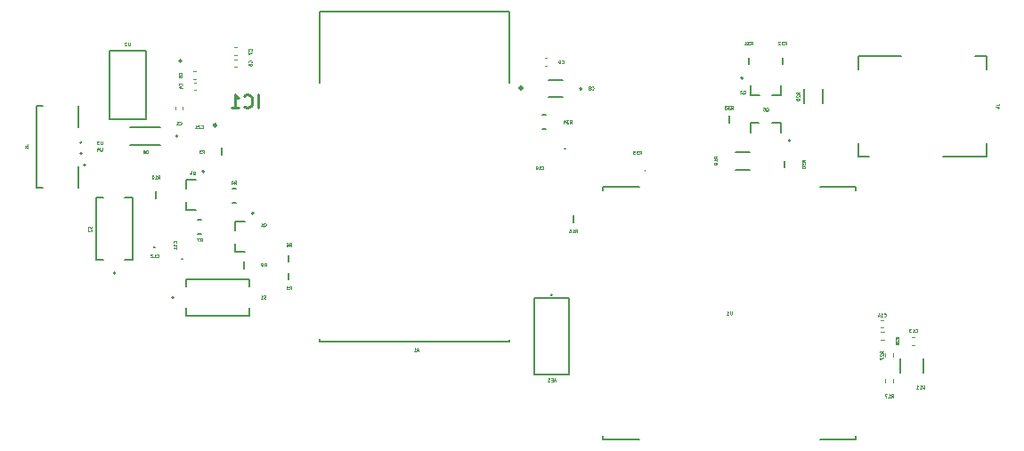
<source format=gbr>
%TF.GenerationSoftware,KiCad,Pcbnew,8.0.3*%
%TF.CreationDate,2025-01-08T01:15:00+05:30*%
%TF.ProjectId,gps,6770732e-6b69-4636-9164-5f7063625858,rev?*%
%TF.SameCoordinates,Original*%
%TF.FileFunction,Legend,Bot*%
%TF.FilePolarity,Positive*%
%FSLAX46Y46*%
G04 Gerber Fmt 4.6, Leading zero omitted, Abs format (unit mm)*
G04 Created by KiCad (PCBNEW 8.0.3) date 2025-01-08 01:15:00*
%MOMM*%
%LPD*%
G01*
G04 APERTURE LIST*
%ADD10C,0.050000*%
%ADD11C,0.254000*%
%ADD12C,0.160000*%
%ADD13C,0.200000*%
%ADD14C,0.127000*%
%ADD15C,0.120000*%
%ADD16C,0.152400*%
%ADD17C,0.250000*%
%ADD18C,0.240000*%
%ADD19C,0.100000*%
G04 APERTURE END LIST*
D10*
X125258571Y-68626185D02*
X125258571Y-68869042D01*
X125258571Y-68869042D02*
X125244285Y-68897614D01*
X125244285Y-68897614D02*
X125230000Y-68911900D01*
X125230000Y-68911900D02*
X125201428Y-68926185D01*
X125201428Y-68926185D02*
X125144285Y-68926185D01*
X125144285Y-68926185D02*
X125115714Y-68911900D01*
X125115714Y-68911900D02*
X125101428Y-68897614D01*
X125101428Y-68897614D02*
X125087142Y-68869042D01*
X125087142Y-68869042D02*
X125087142Y-68626185D01*
X124972856Y-68626185D02*
X124787142Y-68626185D01*
X124787142Y-68626185D02*
X124887142Y-68740471D01*
X124887142Y-68740471D02*
X124844285Y-68740471D01*
X124844285Y-68740471D02*
X124815714Y-68754757D01*
X124815714Y-68754757D02*
X124801428Y-68769042D01*
X124801428Y-68769042D02*
X124787142Y-68797614D01*
X124787142Y-68797614D02*
X124787142Y-68869042D01*
X124787142Y-68869042D02*
X124801428Y-68897614D01*
X124801428Y-68897614D02*
X124815714Y-68911900D01*
X124815714Y-68911900D02*
X124844285Y-68926185D01*
X124844285Y-68926185D02*
X124929999Y-68926185D01*
X124929999Y-68926185D02*
X124958571Y-68911900D01*
X124958571Y-68911900D02*
X124972856Y-68897614D01*
X140669999Y-80546185D02*
X140769999Y-80403328D01*
X140841428Y-80546185D02*
X140841428Y-80246185D01*
X140841428Y-80246185D02*
X140727142Y-80246185D01*
X140727142Y-80246185D02*
X140698571Y-80260471D01*
X140698571Y-80260471D02*
X140684285Y-80274757D01*
X140684285Y-80274757D02*
X140669999Y-80303328D01*
X140669999Y-80303328D02*
X140669999Y-80346185D01*
X140669999Y-80346185D02*
X140684285Y-80374757D01*
X140684285Y-80374757D02*
X140698571Y-80389042D01*
X140698571Y-80389042D02*
X140727142Y-80403328D01*
X140727142Y-80403328D02*
X140841428Y-80403328D01*
X140527142Y-80546185D02*
X140469999Y-80546185D01*
X140469999Y-80546185D02*
X140441428Y-80531900D01*
X140441428Y-80531900D02*
X140427142Y-80517614D01*
X140427142Y-80517614D02*
X140398571Y-80474757D01*
X140398571Y-80474757D02*
X140384285Y-80417614D01*
X140384285Y-80417614D02*
X140384285Y-80303328D01*
X140384285Y-80303328D02*
X140398571Y-80274757D01*
X140398571Y-80274757D02*
X140412857Y-80260471D01*
X140412857Y-80260471D02*
X140441428Y-80246185D01*
X140441428Y-80246185D02*
X140498571Y-80246185D01*
X140498571Y-80246185D02*
X140527142Y-80260471D01*
X140527142Y-80260471D02*
X140541428Y-80274757D01*
X140541428Y-80274757D02*
X140555714Y-80303328D01*
X140555714Y-80303328D02*
X140555714Y-80374757D01*
X140555714Y-80374757D02*
X140541428Y-80403328D01*
X140541428Y-80403328D02*
X140527142Y-80417614D01*
X140527142Y-80417614D02*
X140498571Y-80431900D01*
X140498571Y-80431900D02*
X140441428Y-80431900D01*
X140441428Y-80431900D02*
X140412857Y-80417614D01*
X140412857Y-80417614D02*
X140398571Y-80403328D01*
X140398571Y-80403328D02*
X140384285Y-80374757D01*
X169692856Y-66936185D02*
X169792856Y-66793328D01*
X169864285Y-66936185D02*
X169864285Y-66636185D01*
X169864285Y-66636185D02*
X169749999Y-66636185D01*
X169749999Y-66636185D02*
X169721428Y-66650471D01*
X169721428Y-66650471D02*
X169707142Y-66664757D01*
X169707142Y-66664757D02*
X169692856Y-66693328D01*
X169692856Y-66693328D02*
X169692856Y-66736185D01*
X169692856Y-66736185D02*
X169707142Y-66764757D01*
X169707142Y-66764757D02*
X169721428Y-66779042D01*
X169721428Y-66779042D02*
X169749999Y-66793328D01*
X169749999Y-66793328D02*
X169864285Y-66793328D01*
X169592856Y-66636185D02*
X169407142Y-66636185D01*
X169407142Y-66636185D02*
X169507142Y-66750471D01*
X169507142Y-66750471D02*
X169464285Y-66750471D01*
X169464285Y-66750471D02*
X169435714Y-66764757D01*
X169435714Y-66764757D02*
X169421428Y-66779042D01*
X169421428Y-66779042D02*
X169407142Y-66807614D01*
X169407142Y-66807614D02*
X169407142Y-66879042D01*
X169407142Y-66879042D02*
X169421428Y-66907614D01*
X169421428Y-66907614D02*
X169435714Y-66921900D01*
X169435714Y-66921900D02*
X169464285Y-66936185D01*
X169464285Y-66936185D02*
X169549999Y-66936185D01*
X169549999Y-66936185D02*
X169578571Y-66921900D01*
X169578571Y-66921900D02*
X169592856Y-66907614D01*
X169150000Y-66736185D02*
X169150000Y-66936185D01*
X169221428Y-66621900D02*
X169292857Y-66836185D01*
X169292857Y-66836185D02*
X169107142Y-66836185D01*
X137829999Y-72716185D02*
X137929999Y-72573328D01*
X138001428Y-72716185D02*
X138001428Y-72416185D01*
X138001428Y-72416185D02*
X137887142Y-72416185D01*
X137887142Y-72416185D02*
X137858571Y-72430471D01*
X137858571Y-72430471D02*
X137844285Y-72444757D01*
X137844285Y-72444757D02*
X137829999Y-72473328D01*
X137829999Y-72473328D02*
X137829999Y-72516185D01*
X137829999Y-72516185D02*
X137844285Y-72544757D01*
X137844285Y-72544757D02*
X137858571Y-72559042D01*
X137858571Y-72559042D02*
X137887142Y-72573328D01*
X137887142Y-72573328D02*
X138001428Y-72573328D01*
X137572857Y-72516185D02*
X137572857Y-72716185D01*
X137644285Y-72401900D02*
X137715714Y-72616185D01*
X137715714Y-72616185D02*
X137529999Y-72616185D01*
X183736185Y-70287143D02*
X183593328Y-70187143D01*
X183736185Y-70115714D02*
X183436185Y-70115714D01*
X183436185Y-70115714D02*
X183436185Y-70230000D01*
X183436185Y-70230000D02*
X183450471Y-70258571D01*
X183450471Y-70258571D02*
X183464757Y-70272857D01*
X183464757Y-70272857D02*
X183493328Y-70287143D01*
X183493328Y-70287143D02*
X183536185Y-70287143D01*
X183536185Y-70287143D02*
X183564757Y-70272857D01*
X183564757Y-70272857D02*
X183579042Y-70258571D01*
X183579042Y-70258571D02*
X183593328Y-70230000D01*
X183593328Y-70230000D02*
X183593328Y-70115714D01*
X183736185Y-70572857D02*
X183736185Y-70401428D01*
X183736185Y-70487143D02*
X183436185Y-70487143D01*
X183436185Y-70487143D02*
X183479042Y-70458571D01*
X183479042Y-70458571D02*
X183507614Y-70430000D01*
X183507614Y-70430000D02*
X183521900Y-70401428D01*
X183736185Y-70715714D02*
X183736185Y-70772857D01*
X183736185Y-70772857D02*
X183721900Y-70801428D01*
X183721900Y-70801428D02*
X183707614Y-70815714D01*
X183707614Y-70815714D02*
X183664757Y-70844285D01*
X183664757Y-70844285D02*
X183607614Y-70858571D01*
X183607614Y-70858571D02*
X183493328Y-70858571D01*
X183493328Y-70858571D02*
X183464757Y-70844285D01*
X183464757Y-70844285D02*
X183450471Y-70830000D01*
X183450471Y-70830000D02*
X183436185Y-70801428D01*
X183436185Y-70801428D02*
X183436185Y-70744285D01*
X183436185Y-70744285D02*
X183450471Y-70715714D01*
X183450471Y-70715714D02*
X183464757Y-70701428D01*
X183464757Y-70701428D02*
X183493328Y-70687142D01*
X183493328Y-70687142D02*
X183564757Y-70687142D01*
X183564757Y-70687142D02*
X183593328Y-70701428D01*
X183593328Y-70701428D02*
X183607614Y-70715714D01*
X183607614Y-70715714D02*
X183621900Y-70744285D01*
X183621900Y-70744285D02*
X183621900Y-70801428D01*
X183621900Y-70801428D02*
X183607614Y-70830000D01*
X183607614Y-70830000D02*
X183593328Y-70844285D01*
X183593328Y-70844285D02*
X183564757Y-70858571D01*
X143049999Y-82746185D02*
X143149999Y-82603328D01*
X143221428Y-82746185D02*
X143221428Y-82446185D01*
X143221428Y-82446185D02*
X143107142Y-82446185D01*
X143107142Y-82446185D02*
X143078571Y-82460471D01*
X143078571Y-82460471D02*
X143064285Y-82474757D01*
X143064285Y-82474757D02*
X143049999Y-82503328D01*
X143049999Y-82503328D02*
X143049999Y-82546185D01*
X143049999Y-82546185D02*
X143064285Y-82574757D01*
X143064285Y-82574757D02*
X143078571Y-82589042D01*
X143078571Y-82589042D02*
X143107142Y-82603328D01*
X143107142Y-82603328D02*
X143221428Y-82603328D01*
X142778571Y-82446185D02*
X142921428Y-82446185D01*
X142921428Y-82446185D02*
X142935714Y-82589042D01*
X142935714Y-82589042D02*
X142921428Y-82574757D01*
X142921428Y-82574757D02*
X142892857Y-82560471D01*
X142892857Y-82560471D02*
X142821428Y-82560471D01*
X142821428Y-82560471D02*
X142792857Y-82574757D01*
X142792857Y-82574757D02*
X142778571Y-82589042D01*
X142778571Y-82589042D02*
X142764285Y-82617614D01*
X142764285Y-82617614D02*
X142764285Y-82689042D01*
X142764285Y-82689042D02*
X142778571Y-82717614D01*
X142778571Y-82717614D02*
X142792857Y-82731900D01*
X142792857Y-82731900D02*
X142821428Y-82746185D01*
X142821428Y-82746185D02*
X142892857Y-82746185D01*
X142892857Y-82746185D02*
X142921428Y-82731900D01*
X142921428Y-82731900D02*
X142935714Y-82717614D01*
X132817614Y-62300000D02*
X132831900Y-62285714D01*
X132831900Y-62285714D02*
X132846185Y-62242857D01*
X132846185Y-62242857D02*
X132846185Y-62214285D01*
X132846185Y-62214285D02*
X132831900Y-62171428D01*
X132831900Y-62171428D02*
X132803328Y-62142857D01*
X132803328Y-62142857D02*
X132774757Y-62128571D01*
X132774757Y-62128571D02*
X132717614Y-62114285D01*
X132717614Y-62114285D02*
X132674757Y-62114285D01*
X132674757Y-62114285D02*
X132617614Y-62128571D01*
X132617614Y-62128571D02*
X132589042Y-62142857D01*
X132589042Y-62142857D02*
X132560471Y-62171428D01*
X132560471Y-62171428D02*
X132546185Y-62214285D01*
X132546185Y-62214285D02*
X132546185Y-62242857D01*
X132546185Y-62242857D02*
X132560471Y-62285714D01*
X132560471Y-62285714D02*
X132574757Y-62300000D01*
X132546185Y-62571428D02*
X132546185Y-62428571D01*
X132546185Y-62428571D02*
X132689042Y-62414285D01*
X132689042Y-62414285D02*
X132674757Y-62428571D01*
X132674757Y-62428571D02*
X132660471Y-62457143D01*
X132660471Y-62457143D02*
X132660471Y-62528571D01*
X132660471Y-62528571D02*
X132674757Y-62557143D01*
X132674757Y-62557143D02*
X132689042Y-62571428D01*
X132689042Y-62571428D02*
X132717614Y-62585714D01*
X132717614Y-62585714D02*
X132789042Y-62585714D01*
X132789042Y-62585714D02*
X132817614Y-62571428D01*
X132817614Y-62571428D02*
X132831900Y-62557143D01*
X132831900Y-62557143D02*
X132846185Y-62528571D01*
X132846185Y-62528571D02*
X132846185Y-62457143D01*
X132846185Y-62457143D02*
X132831900Y-62428571D01*
X132831900Y-62428571D02*
X132817614Y-62414285D01*
X186892856Y-59476185D02*
X186992856Y-59333328D01*
X187064285Y-59476185D02*
X187064285Y-59176185D01*
X187064285Y-59176185D02*
X186949999Y-59176185D01*
X186949999Y-59176185D02*
X186921428Y-59190471D01*
X186921428Y-59190471D02*
X186907142Y-59204757D01*
X186907142Y-59204757D02*
X186892856Y-59233328D01*
X186892856Y-59233328D02*
X186892856Y-59276185D01*
X186892856Y-59276185D02*
X186907142Y-59304757D01*
X186907142Y-59304757D02*
X186921428Y-59319042D01*
X186921428Y-59319042D02*
X186949999Y-59333328D01*
X186949999Y-59333328D02*
X187064285Y-59333328D01*
X186792856Y-59176185D02*
X186607142Y-59176185D01*
X186607142Y-59176185D02*
X186707142Y-59290471D01*
X186707142Y-59290471D02*
X186664285Y-59290471D01*
X186664285Y-59290471D02*
X186635714Y-59304757D01*
X186635714Y-59304757D02*
X186621428Y-59319042D01*
X186621428Y-59319042D02*
X186607142Y-59347614D01*
X186607142Y-59347614D02*
X186607142Y-59419042D01*
X186607142Y-59419042D02*
X186621428Y-59447614D01*
X186621428Y-59447614D02*
X186635714Y-59461900D01*
X186635714Y-59461900D02*
X186664285Y-59476185D01*
X186664285Y-59476185D02*
X186749999Y-59476185D01*
X186749999Y-59476185D02*
X186778571Y-59461900D01*
X186778571Y-59461900D02*
X186792856Y-59447614D01*
X186321428Y-59476185D02*
X186492857Y-59476185D01*
X186407142Y-59476185D02*
X186407142Y-59176185D01*
X186407142Y-59176185D02*
X186435714Y-59219042D01*
X186435714Y-59219042D02*
X186464285Y-59247614D01*
X186464285Y-59247614D02*
X186492857Y-59261900D01*
X129591428Y-69806185D02*
X129591428Y-69506185D01*
X129591428Y-69506185D02*
X129519999Y-69506185D01*
X129519999Y-69506185D02*
X129477142Y-69520471D01*
X129477142Y-69520471D02*
X129448571Y-69549042D01*
X129448571Y-69549042D02*
X129434285Y-69577614D01*
X129434285Y-69577614D02*
X129419999Y-69634757D01*
X129419999Y-69634757D02*
X129419999Y-69677614D01*
X129419999Y-69677614D02*
X129434285Y-69734757D01*
X129434285Y-69734757D02*
X129448571Y-69763328D01*
X129448571Y-69763328D02*
X129477142Y-69791900D01*
X129477142Y-69791900D02*
X129519999Y-69806185D01*
X129519999Y-69806185D02*
X129591428Y-69806185D01*
X129162857Y-69506185D02*
X129219999Y-69506185D01*
X129219999Y-69506185D02*
X129248571Y-69520471D01*
X129248571Y-69520471D02*
X129262857Y-69534757D01*
X129262857Y-69534757D02*
X129291428Y-69577614D01*
X129291428Y-69577614D02*
X129305714Y-69634757D01*
X129305714Y-69634757D02*
X129305714Y-69749042D01*
X129305714Y-69749042D02*
X129291428Y-69777614D01*
X129291428Y-69777614D02*
X129277142Y-69791900D01*
X129277142Y-69791900D02*
X129248571Y-69806185D01*
X129248571Y-69806185D02*
X129191428Y-69806185D01*
X129191428Y-69806185D02*
X129162857Y-69791900D01*
X129162857Y-69791900D02*
X129148571Y-69777614D01*
X129148571Y-69777614D02*
X129134285Y-69749042D01*
X129134285Y-69749042D02*
X129134285Y-69677614D01*
X129134285Y-69677614D02*
X129148571Y-69649042D01*
X129148571Y-69649042D02*
X129162857Y-69634757D01*
X129162857Y-69634757D02*
X129191428Y-69620471D01*
X129191428Y-69620471D02*
X129248571Y-69620471D01*
X129248571Y-69620471D02*
X129277142Y-69634757D01*
X129277142Y-69634757D02*
X129291428Y-69649042D01*
X129291428Y-69649042D02*
X129305714Y-69677614D01*
X117886185Y-69070000D02*
X118100471Y-69070000D01*
X118100471Y-69070000D02*
X118143328Y-69055715D01*
X118143328Y-69055715D02*
X118171900Y-69027143D01*
X118171900Y-69027143D02*
X118186185Y-68984286D01*
X118186185Y-68984286D02*
X118186185Y-68955715D01*
X118186185Y-69370000D02*
X118186185Y-69198571D01*
X118186185Y-69284286D02*
X117886185Y-69284286D01*
X117886185Y-69284286D02*
X117929042Y-69255714D01*
X117929042Y-69255714D02*
X117957614Y-69227143D01*
X117957614Y-69227143D02*
X117971900Y-69198571D01*
X200996185Y-87437143D02*
X200853328Y-87337143D01*
X200996185Y-87265714D02*
X200696185Y-87265714D01*
X200696185Y-87265714D02*
X200696185Y-87380000D01*
X200696185Y-87380000D02*
X200710471Y-87408571D01*
X200710471Y-87408571D02*
X200724757Y-87422857D01*
X200724757Y-87422857D02*
X200753328Y-87437143D01*
X200753328Y-87437143D02*
X200796185Y-87437143D01*
X200796185Y-87437143D02*
X200824757Y-87422857D01*
X200824757Y-87422857D02*
X200839042Y-87408571D01*
X200839042Y-87408571D02*
X200853328Y-87380000D01*
X200853328Y-87380000D02*
X200853328Y-87265714D01*
X200724757Y-87551428D02*
X200710471Y-87565714D01*
X200710471Y-87565714D02*
X200696185Y-87594286D01*
X200696185Y-87594286D02*
X200696185Y-87665714D01*
X200696185Y-87665714D02*
X200710471Y-87694286D01*
X200710471Y-87694286D02*
X200724757Y-87708571D01*
X200724757Y-87708571D02*
X200753328Y-87722857D01*
X200753328Y-87722857D02*
X200781900Y-87722857D01*
X200781900Y-87722857D02*
X200824757Y-87708571D01*
X200824757Y-87708571D02*
X200996185Y-87537143D01*
X200996185Y-87537143D02*
X200996185Y-87722857D01*
X200824757Y-87894285D02*
X200810471Y-87865714D01*
X200810471Y-87865714D02*
X200796185Y-87851428D01*
X200796185Y-87851428D02*
X200767614Y-87837142D01*
X200767614Y-87837142D02*
X200753328Y-87837142D01*
X200753328Y-87837142D02*
X200724757Y-87851428D01*
X200724757Y-87851428D02*
X200710471Y-87865714D01*
X200710471Y-87865714D02*
X200696185Y-87894285D01*
X200696185Y-87894285D02*
X200696185Y-87951428D01*
X200696185Y-87951428D02*
X200710471Y-87980000D01*
X200710471Y-87980000D02*
X200724757Y-87994285D01*
X200724757Y-87994285D02*
X200753328Y-88008571D01*
X200753328Y-88008571D02*
X200767614Y-88008571D01*
X200767614Y-88008571D02*
X200796185Y-87994285D01*
X200796185Y-87994285D02*
X200810471Y-87980000D01*
X200810471Y-87980000D02*
X200824757Y-87951428D01*
X200824757Y-87951428D02*
X200824757Y-87894285D01*
X200824757Y-87894285D02*
X200839042Y-87865714D01*
X200839042Y-87865714D02*
X200853328Y-87851428D01*
X200853328Y-87851428D02*
X200881900Y-87837142D01*
X200881900Y-87837142D02*
X200939042Y-87837142D01*
X200939042Y-87837142D02*
X200967614Y-87851428D01*
X200967614Y-87851428D02*
X200981900Y-87865714D01*
X200981900Y-87865714D02*
X200996185Y-87894285D01*
X200996185Y-87894285D02*
X200996185Y-87951428D01*
X200996185Y-87951428D02*
X200981900Y-87980000D01*
X200981900Y-87980000D02*
X200967614Y-87994285D01*
X200967614Y-87994285D02*
X200939042Y-88008571D01*
X200939042Y-88008571D02*
X200881900Y-88008571D01*
X200881900Y-88008571D02*
X200853328Y-87994285D01*
X200853328Y-87994285D02*
X200839042Y-87980000D01*
X200839042Y-87980000D02*
X200824757Y-87951428D01*
X210246185Y-65200000D02*
X210460471Y-65200000D01*
X210460471Y-65200000D02*
X210503328Y-65185715D01*
X210503328Y-65185715D02*
X210531900Y-65157143D01*
X210531900Y-65157143D02*
X210546185Y-65114286D01*
X210546185Y-65114286D02*
X210546185Y-65085715D01*
X210346185Y-65471429D02*
X210546185Y-65471429D01*
X210231900Y-65400000D02*
X210446185Y-65328571D01*
X210446185Y-65328571D02*
X210446185Y-65514286D01*
X185042856Y-65596185D02*
X185142856Y-65453328D01*
X185214285Y-65596185D02*
X185214285Y-65296185D01*
X185214285Y-65296185D02*
X185099999Y-65296185D01*
X185099999Y-65296185D02*
X185071428Y-65310471D01*
X185071428Y-65310471D02*
X185057142Y-65324757D01*
X185057142Y-65324757D02*
X185042856Y-65353328D01*
X185042856Y-65353328D02*
X185042856Y-65396185D01*
X185042856Y-65396185D02*
X185057142Y-65424757D01*
X185057142Y-65424757D02*
X185071428Y-65439042D01*
X185071428Y-65439042D02*
X185099999Y-65453328D01*
X185099999Y-65453328D02*
X185214285Y-65453328D01*
X184942856Y-65296185D02*
X184757142Y-65296185D01*
X184757142Y-65296185D02*
X184857142Y-65410471D01*
X184857142Y-65410471D02*
X184814285Y-65410471D01*
X184814285Y-65410471D02*
X184785714Y-65424757D01*
X184785714Y-65424757D02*
X184771428Y-65439042D01*
X184771428Y-65439042D02*
X184757142Y-65467614D01*
X184757142Y-65467614D02*
X184757142Y-65539042D01*
X184757142Y-65539042D02*
X184771428Y-65567614D01*
X184771428Y-65567614D02*
X184785714Y-65581900D01*
X184785714Y-65581900D02*
X184814285Y-65596185D01*
X184814285Y-65596185D02*
X184899999Y-65596185D01*
X184899999Y-65596185D02*
X184928571Y-65581900D01*
X184928571Y-65581900D02*
X184942856Y-65567614D01*
X184657142Y-65296185D02*
X184471428Y-65296185D01*
X184471428Y-65296185D02*
X184571428Y-65410471D01*
X184571428Y-65410471D02*
X184528571Y-65410471D01*
X184528571Y-65410471D02*
X184500000Y-65424757D01*
X184500000Y-65424757D02*
X184485714Y-65439042D01*
X184485714Y-65439042D02*
X184471428Y-65467614D01*
X184471428Y-65467614D02*
X184471428Y-65539042D01*
X184471428Y-65539042D02*
X184485714Y-65567614D01*
X184485714Y-65567614D02*
X184500000Y-65581900D01*
X184500000Y-65581900D02*
X184528571Y-65596185D01*
X184528571Y-65596185D02*
X184614285Y-65596185D01*
X184614285Y-65596185D02*
X184642857Y-65581900D01*
X184642857Y-65581900D02*
X184657142Y-65567614D01*
X199526185Y-88817143D02*
X199383328Y-88717143D01*
X199526185Y-88645714D02*
X199226185Y-88645714D01*
X199226185Y-88645714D02*
X199226185Y-88760000D01*
X199226185Y-88760000D02*
X199240471Y-88788571D01*
X199240471Y-88788571D02*
X199254757Y-88802857D01*
X199254757Y-88802857D02*
X199283328Y-88817143D01*
X199283328Y-88817143D02*
X199326185Y-88817143D01*
X199326185Y-88817143D02*
X199354757Y-88802857D01*
X199354757Y-88802857D02*
X199369042Y-88788571D01*
X199369042Y-88788571D02*
X199383328Y-88760000D01*
X199383328Y-88760000D02*
X199383328Y-88645714D01*
X199254757Y-88931428D02*
X199240471Y-88945714D01*
X199240471Y-88945714D02*
X199226185Y-88974286D01*
X199226185Y-88974286D02*
X199226185Y-89045714D01*
X199226185Y-89045714D02*
X199240471Y-89074286D01*
X199240471Y-89074286D02*
X199254757Y-89088571D01*
X199254757Y-89088571D02*
X199283328Y-89102857D01*
X199283328Y-89102857D02*
X199311900Y-89102857D01*
X199311900Y-89102857D02*
X199354757Y-89088571D01*
X199354757Y-89088571D02*
X199526185Y-88917143D01*
X199526185Y-88917143D02*
X199526185Y-89102857D01*
X199226185Y-89202857D02*
X199226185Y-89402857D01*
X199226185Y-89402857D02*
X199526185Y-89274285D01*
X191576185Y-64177143D02*
X191433328Y-64077143D01*
X191576185Y-64005714D02*
X191276185Y-64005714D01*
X191276185Y-64005714D02*
X191276185Y-64120000D01*
X191276185Y-64120000D02*
X191290471Y-64148571D01*
X191290471Y-64148571D02*
X191304757Y-64162857D01*
X191304757Y-64162857D02*
X191333328Y-64177143D01*
X191333328Y-64177143D02*
X191376185Y-64177143D01*
X191376185Y-64177143D02*
X191404757Y-64162857D01*
X191404757Y-64162857D02*
X191419042Y-64148571D01*
X191419042Y-64148571D02*
X191433328Y-64120000D01*
X191433328Y-64120000D02*
X191433328Y-64005714D01*
X191304757Y-64291428D02*
X191290471Y-64305714D01*
X191290471Y-64305714D02*
X191276185Y-64334286D01*
X191276185Y-64334286D02*
X191276185Y-64405714D01*
X191276185Y-64405714D02*
X191290471Y-64434286D01*
X191290471Y-64434286D02*
X191304757Y-64448571D01*
X191304757Y-64448571D02*
X191333328Y-64462857D01*
X191333328Y-64462857D02*
X191361900Y-64462857D01*
X191361900Y-64462857D02*
X191404757Y-64448571D01*
X191404757Y-64448571D02*
X191576185Y-64277143D01*
X191576185Y-64277143D02*
X191576185Y-64462857D01*
X191576185Y-64605714D02*
X191576185Y-64662857D01*
X191576185Y-64662857D02*
X191561900Y-64691428D01*
X191561900Y-64691428D02*
X191547614Y-64705714D01*
X191547614Y-64705714D02*
X191504757Y-64734285D01*
X191504757Y-64734285D02*
X191447614Y-64748571D01*
X191447614Y-64748571D02*
X191333328Y-64748571D01*
X191333328Y-64748571D02*
X191304757Y-64734285D01*
X191304757Y-64734285D02*
X191290471Y-64720000D01*
X191290471Y-64720000D02*
X191276185Y-64691428D01*
X191276185Y-64691428D02*
X191276185Y-64634285D01*
X191276185Y-64634285D02*
X191290471Y-64605714D01*
X191290471Y-64605714D02*
X191304757Y-64591428D01*
X191304757Y-64591428D02*
X191333328Y-64577142D01*
X191333328Y-64577142D02*
X191404757Y-64577142D01*
X191404757Y-64577142D02*
X191433328Y-64591428D01*
X191433328Y-64591428D02*
X191447614Y-64605714D01*
X191447614Y-64605714D02*
X191461900Y-64634285D01*
X191461900Y-64634285D02*
X191461900Y-64691428D01*
X191461900Y-64691428D02*
X191447614Y-64720000D01*
X191447614Y-64720000D02*
X191433328Y-64734285D01*
X191433328Y-64734285D02*
X191404757Y-64748571D01*
X130552856Y-72206185D02*
X130652856Y-72063328D01*
X130724285Y-72206185D02*
X130724285Y-71906185D01*
X130724285Y-71906185D02*
X130609999Y-71906185D01*
X130609999Y-71906185D02*
X130581428Y-71920471D01*
X130581428Y-71920471D02*
X130567142Y-71934757D01*
X130567142Y-71934757D02*
X130552856Y-71963328D01*
X130552856Y-71963328D02*
X130552856Y-72006185D01*
X130552856Y-72006185D02*
X130567142Y-72034757D01*
X130567142Y-72034757D02*
X130581428Y-72049042D01*
X130581428Y-72049042D02*
X130609999Y-72063328D01*
X130609999Y-72063328D02*
X130724285Y-72063328D01*
X130267142Y-72206185D02*
X130438571Y-72206185D01*
X130352856Y-72206185D02*
X130352856Y-71906185D01*
X130352856Y-71906185D02*
X130381428Y-71949042D01*
X130381428Y-71949042D02*
X130409999Y-71977614D01*
X130409999Y-71977614D02*
X130438571Y-71991900D01*
X130081428Y-71906185D02*
X130052857Y-71906185D01*
X130052857Y-71906185D02*
X130024285Y-71920471D01*
X130024285Y-71920471D02*
X130010000Y-71934757D01*
X130010000Y-71934757D02*
X129995714Y-71963328D01*
X129995714Y-71963328D02*
X129981428Y-72020471D01*
X129981428Y-72020471D02*
X129981428Y-72091900D01*
X129981428Y-72091900D02*
X129995714Y-72149042D01*
X129995714Y-72149042D02*
X130010000Y-72177614D01*
X130010000Y-72177614D02*
X130024285Y-72191900D01*
X130024285Y-72191900D02*
X130052857Y-72206185D01*
X130052857Y-72206185D02*
X130081428Y-72206185D01*
X130081428Y-72206185D02*
X130110000Y-72191900D01*
X130110000Y-72191900D02*
X130124285Y-72177614D01*
X130124285Y-72177614D02*
X130138571Y-72149042D01*
X130138571Y-72149042D02*
X130152857Y-72091900D01*
X130152857Y-72091900D02*
X130152857Y-72020471D01*
X130152857Y-72020471D02*
X130138571Y-71963328D01*
X130138571Y-71963328D02*
X130124285Y-71934757D01*
X130124285Y-71934757D02*
X130110000Y-71920471D01*
X130110000Y-71920471D02*
X130081428Y-71906185D01*
X134652856Y-67387614D02*
X134667142Y-67401900D01*
X134667142Y-67401900D02*
X134709999Y-67416185D01*
X134709999Y-67416185D02*
X134738571Y-67416185D01*
X134738571Y-67416185D02*
X134781428Y-67401900D01*
X134781428Y-67401900D02*
X134809999Y-67373328D01*
X134809999Y-67373328D02*
X134824285Y-67344757D01*
X134824285Y-67344757D02*
X134838571Y-67287614D01*
X134838571Y-67287614D02*
X134838571Y-67244757D01*
X134838571Y-67244757D02*
X134824285Y-67187614D01*
X134824285Y-67187614D02*
X134809999Y-67159042D01*
X134809999Y-67159042D02*
X134781428Y-67130471D01*
X134781428Y-67130471D02*
X134738571Y-67116185D01*
X134738571Y-67116185D02*
X134709999Y-67116185D01*
X134709999Y-67116185D02*
X134667142Y-67130471D01*
X134667142Y-67130471D02*
X134652856Y-67144757D01*
X134538571Y-67144757D02*
X134524285Y-67130471D01*
X134524285Y-67130471D02*
X134495714Y-67116185D01*
X134495714Y-67116185D02*
X134424285Y-67116185D01*
X134424285Y-67116185D02*
X134395714Y-67130471D01*
X134395714Y-67130471D02*
X134381428Y-67144757D01*
X134381428Y-67144757D02*
X134367142Y-67173328D01*
X134367142Y-67173328D02*
X134367142Y-67201900D01*
X134367142Y-67201900D02*
X134381428Y-67244757D01*
X134381428Y-67244757D02*
X134552856Y-67416185D01*
X134552856Y-67416185D02*
X134367142Y-67416185D01*
X134081428Y-67416185D02*
X134252857Y-67416185D01*
X134167142Y-67416185D02*
X134167142Y-67116185D01*
X134167142Y-67116185D02*
X134195714Y-67159042D01*
X134195714Y-67159042D02*
X134224285Y-67187614D01*
X134224285Y-67187614D02*
X134252857Y-67201900D01*
X200282856Y-93026185D02*
X200382856Y-92883328D01*
X200454285Y-93026185D02*
X200454285Y-92726185D01*
X200454285Y-92726185D02*
X200339999Y-92726185D01*
X200339999Y-92726185D02*
X200311428Y-92740471D01*
X200311428Y-92740471D02*
X200297142Y-92754757D01*
X200297142Y-92754757D02*
X200282856Y-92783328D01*
X200282856Y-92783328D02*
X200282856Y-92826185D01*
X200282856Y-92826185D02*
X200297142Y-92854757D01*
X200297142Y-92854757D02*
X200311428Y-92869042D01*
X200311428Y-92869042D02*
X200339999Y-92883328D01*
X200339999Y-92883328D02*
X200454285Y-92883328D01*
X199997142Y-93026185D02*
X200168571Y-93026185D01*
X200082856Y-93026185D02*
X200082856Y-92726185D01*
X200082856Y-92726185D02*
X200111428Y-92769042D01*
X200111428Y-92769042D02*
X200139999Y-92797614D01*
X200139999Y-92797614D02*
X200168571Y-92811900D01*
X199897142Y-92726185D02*
X199697142Y-92726185D01*
X199697142Y-92726185D02*
X199825714Y-93026185D01*
X140808571Y-83611900D02*
X140765714Y-83626185D01*
X140765714Y-83626185D02*
X140694285Y-83626185D01*
X140694285Y-83626185D02*
X140665714Y-83611900D01*
X140665714Y-83611900D02*
X140651428Y-83597614D01*
X140651428Y-83597614D02*
X140637142Y-83569042D01*
X140637142Y-83569042D02*
X140637142Y-83540471D01*
X140637142Y-83540471D02*
X140651428Y-83511900D01*
X140651428Y-83511900D02*
X140665714Y-83497614D01*
X140665714Y-83497614D02*
X140694285Y-83483328D01*
X140694285Y-83483328D02*
X140751428Y-83469042D01*
X140751428Y-83469042D02*
X140779999Y-83454757D01*
X140779999Y-83454757D02*
X140794285Y-83440471D01*
X140794285Y-83440471D02*
X140808571Y-83411900D01*
X140808571Y-83411900D02*
X140808571Y-83383328D01*
X140808571Y-83383328D02*
X140794285Y-83354757D01*
X140794285Y-83354757D02*
X140779999Y-83340471D01*
X140779999Y-83340471D02*
X140751428Y-83326185D01*
X140751428Y-83326185D02*
X140679999Y-83326185D01*
X140679999Y-83326185D02*
X140637142Y-83340471D01*
X140351428Y-83626185D02*
X140522857Y-83626185D01*
X140437142Y-83626185D02*
X140437142Y-83326185D01*
X140437142Y-83326185D02*
X140465714Y-83369042D01*
X140465714Y-83369042D02*
X140494285Y-83397614D01*
X140494285Y-83397614D02*
X140522857Y-83411900D01*
X203451428Y-91876185D02*
X203451428Y-92119042D01*
X203451428Y-92119042D02*
X203437142Y-92147614D01*
X203437142Y-92147614D02*
X203422857Y-92161900D01*
X203422857Y-92161900D02*
X203394285Y-92176185D01*
X203394285Y-92176185D02*
X203337142Y-92176185D01*
X203337142Y-92176185D02*
X203308571Y-92161900D01*
X203308571Y-92161900D02*
X203294285Y-92147614D01*
X203294285Y-92147614D02*
X203279999Y-92119042D01*
X203279999Y-92119042D02*
X203279999Y-91876185D01*
X202979999Y-92176185D02*
X203151428Y-92176185D01*
X203065713Y-92176185D02*
X203065713Y-91876185D01*
X203065713Y-91876185D02*
X203094285Y-91919042D01*
X203094285Y-91919042D02*
X203122856Y-91947614D01*
X203122856Y-91947614D02*
X203151428Y-91961900D01*
X202694285Y-92176185D02*
X202865714Y-92176185D01*
X202779999Y-92176185D02*
X202779999Y-91876185D01*
X202779999Y-91876185D02*
X202808571Y-91919042D01*
X202808571Y-91919042D02*
X202837142Y-91947614D01*
X202837142Y-91947614D02*
X202865714Y-91961900D01*
X130452856Y-79657614D02*
X130467142Y-79671900D01*
X130467142Y-79671900D02*
X130509999Y-79686185D01*
X130509999Y-79686185D02*
X130538571Y-79686185D01*
X130538571Y-79686185D02*
X130581428Y-79671900D01*
X130581428Y-79671900D02*
X130609999Y-79643328D01*
X130609999Y-79643328D02*
X130624285Y-79614757D01*
X130624285Y-79614757D02*
X130638571Y-79557614D01*
X130638571Y-79557614D02*
X130638571Y-79514757D01*
X130638571Y-79514757D02*
X130624285Y-79457614D01*
X130624285Y-79457614D02*
X130609999Y-79429042D01*
X130609999Y-79429042D02*
X130581428Y-79400471D01*
X130581428Y-79400471D02*
X130538571Y-79386185D01*
X130538571Y-79386185D02*
X130509999Y-79386185D01*
X130509999Y-79386185D02*
X130467142Y-79400471D01*
X130467142Y-79400471D02*
X130452856Y-79414757D01*
X130167142Y-79686185D02*
X130338571Y-79686185D01*
X130252856Y-79686185D02*
X130252856Y-79386185D01*
X130252856Y-79386185D02*
X130281428Y-79429042D01*
X130281428Y-79429042D02*
X130309999Y-79457614D01*
X130309999Y-79457614D02*
X130338571Y-79471900D01*
X130052857Y-79414757D02*
X130038571Y-79400471D01*
X130038571Y-79400471D02*
X130010000Y-79386185D01*
X130010000Y-79386185D02*
X129938571Y-79386185D01*
X129938571Y-79386185D02*
X129910000Y-79400471D01*
X129910000Y-79400471D02*
X129895714Y-79414757D01*
X129895714Y-79414757D02*
X129881428Y-79443328D01*
X129881428Y-79443328D02*
X129881428Y-79471900D01*
X129881428Y-79471900D02*
X129895714Y-79514757D01*
X129895714Y-79514757D02*
X130067142Y-79686185D01*
X130067142Y-79686185D02*
X129881428Y-79686185D01*
D11*
X140074762Y-65458118D02*
X140074762Y-64188118D01*
X138744285Y-65337165D02*
X138804761Y-65397642D01*
X138804761Y-65397642D02*
X138986190Y-65458118D01*
X138986190Y-65458118D02*
X139107142Y-65458118D01*
X139107142Y-65458118D02*
X139288571Y-65397642D01*
X139288571Y-65397642D02*
X139409523Y-65276689D01*
X139409523Y-65276689D02*
X139470000Y-65155737D01*
X139470000Y-65155737D02*
X139530476Y-64913832D01*
X139530476Y-64913832D02*
X139530476Y-64732403D01*
X139530476Y-64732403D02*
X139470000Y-64490499D01*
X139470000Y-64490499D02*
X139409523Y-64369546D01*
X139409523Y-64369546D02*
X139288571Y-64248594D01*
X139288571Y-64248594D02*
X139107142Y-64188118D01*
X139107142Y-64188118D02*
X138986190Y-64188118D01*
X138986190Y-64188118D02*
X138804761Y-64248594D01*
X138804761Y-64248594D02*
X138744285Y-64309070D01*
X137534761Y-65458118D02*
X138260476Y-65458118D01*
X137897619Y-65458118D02*
X137897619Y-64188118D01*
X137897619Y-64188118D02*
X138018571Y-64369546D01*
X138018571Y-64369546D02*
X138139523Y-64490499D01*
X138139523Y-64490499D02*
X138260476Y-64550975D01*
D10*
X167042856Y-71277614D02*
X167057142Y-71291900D01*
X167057142Y-71291900D02*
X167099999Y-71306185D01*
X167099999Y-71306185D02*
X167128571Y-71306185D01*
X167128571Y-71306185D02*
X167171428Y-71291900D01*
X167171428Y-71291900D02*
X167199999Y-71263328D01*
X167199999Y-71263328D02*
X167214285Y-71234757D01*
X167214285Y-71234757D02*
X167228571Y-71177614D01*
X167228571Y-71177614D02*
X167228571Y-71134757D01*
X167228571Y-71134757D02*
X167214285Y-71077614D01*
X167214285Y-71077614D02*
X167199999Y-71049042D01*
X167199999Y-71049042D02*
X167171428Y-71020471D01*
X167171428Y-71020471D02*
X167128571Y-71006185D01*
X167128571Y-71006185D02*
X167099999Y-71006185D01*
X167099999Y-71006185D02*
X167057142Y-71020471D01*
X167057142Y-71020471D02*
X167042856Y-71034757D01*
X166757142Y-71306185D02*
X166928571Y-71306185D01*
X166842856Y-71306185D02*
X166842856Y-71006185D01*
X166842856Y-71006185D02*
X166871428Y-71049042D01*
X166871428Y-71049042D02*
X166899999Y-71077614D01*
X166899999Y-71077614D02*
X166928571Y-71091900D01*
X166571428Y-71006185D02*
X166542857Y-71006185D01*
X166542857Y-71006185D02*
X166514285Y-71020471D01*
X166514285Y-71020471D02*
X166500000Y-71034757D01*
X166500000Y-71034757D02*
X166485714Y-71063328D01*
X166485714Y-71063328D02*
X166471428Y-71120471D01*
X166471428Y-71120471D02*
X166471428Y-71191900D01*
X166471428Y-71191900D02*
X166485714Y-71249042D01*
X166485714Y-71249042D02*
X166500000Y-71277614D01*
X166500000Y-71277614D02*
X166514285Y-71291900D01*
X166514285Y-71291900D02*
X166542857Y-71306185D01*
X166542857Y-71306185D02*
X166571428Y-71306185D01*
X166571428Y-71306185D02*
X166600000Y-71291900D01*
X166600000Y-71291900D02*
X166614285Y-71277614D01*
X166614285Y-71277614D02*
X166628571Y-71249042D01*
X166628571Y-71249042D02*
X166642857Y-71191900D01*
X166642857Y-71191900D02*
X166642857Y-71120471D01*
X166642857Y-71120471D02*
X166628571Y-71063328D01*
X166628571Y-71063328D02*
X166614285Y-71034757D01*
X166614285Y-71034757D02*
X166600000Y-71020471D01*
X166600000Y-71020471D02*
X166571428Y-71006185D01*
X132297614Y-78337143D02*
X132311900Y-78322857D01*
X132311900Y-78322857D02*
X132326185Y-78280000D01*
X132326185Y-78280000D02*
X132326185Y-78251428D01*
X132326185Y-78251428D02*
X132311900Y-78208571D01*
X132311900Y-78208571D02*
X132283328Y-78180000D01*
X132283328Y-78180000D02*
X132254757Y-78165714D01*
X132254757Y-78165714D02*
X132197614Y-78151428D01*
X132197614Y-78151428D02*
X132154757Y-78151428D01*
X132154757Y-78151428D02*
X132097614Y-78165714D01*
X132097614Y-78165714D02*
X132069042Y-78180000D01*
X132069042Y-78180000D02*
X132040471Y-78208571D01*
X132040471Y-78208571D02*
X132026185Y-78251428D01*
X132026185Y-78251428D02*
X132026185Y-78280000D01*
X132026185Y-78280000D02*
X132040471Y-78322857D01*
X132040471Y-78322857D02*
X132054757Y-78337143D01*
X132326185Y-78622857D02*
X132326185Y-78451428D01*
X132326185Y-78537143D02*
X132026185Y-78537143D01*
X132026185Y-78537143D02*
X132069042Y-78508571D01*
X132069042Y-78508571D02*
X132097614Y-78480000D01*
X132097614Y-78480000D02*
X132111900Y-78451428D01*
X132326185Y-78908571D02*
X132326185Y-78737142D01*
X132326185Y-78822857D02*
X132026185Y-78822857D01*
X132026185Y-78822857D02*
X132069042Y-78794285D01*
X132069042Y-78794285D02*
X132097614Y-78765714D01*
X132097614Y-78765714D02*
X132111900Y-78737142D01*
X125238571Y-69266185D02*
X125238571Y-69509042D01*
X125238571Y-69509042D02*
X125224285Y-69537614D01*
X125224285Y-69537614D02*
X125210000Y-69551900D01*
X125210000Y-69551900D02*
X125181428Y-69566185D01*
X125181428Y-69566185D02*
X125124285Y-69566185D01*
X125124285Y-69566185D02*
X125095714Y-69551900D01*
X125095714Y-69551900D02*
X125081428Y-69537614D01*
X125081428Y-69537614D02*
X125067142Y-69509042D01*
X125067142Y-69509042D02*
X125067142Y-69266185D01*
X124795714Y-69366185D02*
X124795714Y-69566185D01*
X124867142Y-69251900D02*
X124938571Y-69466185D01*
X124938571Y-69466185D02*
X124752856Y-69466185D01*
X155324285Y-88540471D02*
X155181428Y-88540471D01*
X155352856Y-88626185D02*
X155252856Y-88326185D01*
X155252856Y-88326185D02*
X155152856Y-88626185D01*
X154895713Y-88626185D02*
X155067142Y-88626185D01*
X154981427Y-88626185D02*
X154981427Y-88326185D01*
X154981427Y-88326185D02*
X155009999Y-88369042D01*
X155009999Y-88369042D02*
X155038570Y-88397614D01*
X155038570Y-88397614D02*
X155067142Y-88411900D01*
X176322856Y-69876185D02*
X176422856Y-69733328D01*
X176494285Y-69876185D02*
X176494285Y-69576185D01*
X176494285Y-69576185D02*
X176379999Y-69576185D01*
X176379999Y-69576185D02*
X176351428Y-69590471D01*
X176351428Y-69590471D02*
X176337142Y-69604757D01*
X176337142Y-69604757D02*
X176322856Y-69633328D01*
X176322856Y-69633328D02*
X176322856Y-69676185D01*
X176322856Y-69676185D02*
X176337142Y-69704757D01*
X176337142Y-69704757D02*
X176351428Y-69719042D01*
X176351428Y-69719042D02*
X176379999Y-69733328D01*
X176379999Y-69733328D02*
X176494285Y-69733328D01*
X176222856Y-69576185D02*
X176037142Y-69576185D01*
X176037142Y-69576185D02*
X176137142Y-69690471D01*
X176137142Y-69690471D02*
X176094285Y-69690471D01*
X176094285Y-69690471D02*
X176065714Y-69704757D01*
X176065714Y-69704757D02*
X176051428Y-69719042D01*
X176051428Y-69719042D02*
X176037142Y-69747614D01*
X176037142Y-69747614D02*
X176037142Y-69819042D01*
X176037142Y-69819042D02*
X176051428Y-69847614D01*
X176051428Y-69847614D02*
X176065714Y-69861900D01*
X176065714Y-69861900D02*
X176094285Y-69876185D01*
X176094285Y-69876185D02*
X176179999Y-69876185D01*
X176179999Y-69876185D02*
X176208571Y-69861900D01*
X176208571Y-69861900D02*
X176222856Y-69847614D01*
X175765714Y-69576185D02*
X175908571Y-69576185D01*
X175908571Y-69576185D02*
X175922857Y-69719042D01*
X175922857Y-69719042D02*
X175908571Y-69704757D01*
X175908571Y-69704757D02*
X175880000Y-69690471D01*
X175880000Y-69690471D02*
X175808571Y-69690471D01*
X175808571Y-69690471D02*
X175780000Y-69704757D01*
X175780000Y-69704757D02*
X175765714Y-69719042D01*
X175765714Y-69719042D02*
X175751428Y-69747614D01*
X175751428Y-69747614D02*
X175751428Y-69819042D01*
X175751428Y-69819042D02*
X175765714Y-69847614D01*
X175765714Y-69847614D02*
X175780000Y-69861900D01*
X175780000Y-69861900D02*
X175808571Y-69876185D01*
X175808571Y-69876185D02*
X175880000Y-69876185D01*
X175880000Y-69876185D02*
X175908571Y-69861900D01*
X175908571Y-69861900D02*
X175922857Y-69847614D01*
X199592856Y-85317614D02*
X199607142Y-85331900D01*
X199607142Y-85331900D02*
X199649999Y-85346185D01*
X199649999Y-85346185D02*
X199678571Y-85346185D01*
X199678571Y-85346185D02*
X199721428Y-85331900D01*
X199721428Y-85331900D02*
X199749999Y-85303328D01*
X199749999Y-85303328D02*
X199764285Y-85274757D01*
X199764285Y-85274757D02*
X199778571Y-85217614D01*
X199778571Y-85217614D02*
X199778571Y-85174757D01*
X199778571Y-85174757D02*
X199764285Y-85117614D01*
X199764285Y-85117614D02*
X199749999Y-85089042D01*
X199749999Y-85089042D02*
X199721428Y-85060471D01*
X199721428Y-85060471D02*
X199678571Y-85046185D01*
X199678571Y-85046185D02*
X199649999Y-85046185D01*
X199649999Y-85046185D02*
X199607142Y-85060471D01*
X199607142Y-85060471D02*
X199592856Y-85074757D01*
X199307142Y-85346185D02*
X199478571Y-85346185D01*
X199392856Y-85346185D02*
X199392856Y-85046185D01*
X199392856Y-85046185D02*
X199421428Y-85089042D01*
X199421428Y-85089042D02*
X199449999Y-85117614D01*
X199449999Y-85117614D02*
X199478571Y-85131900D01*
X199050000Y-85146185D02*
X199050000Y-85346185D01*
X199121428Y-85031900D02*
X199192857Y-85246185D01*
X199192857Y-85246185D02*
X199007142Y-85246185D01*
X202572856Y-86777614D02*
X202587142Y-86791900D01*
X202587142Y-86791900D02*
X202629999Y-86806185D01*
X202629999Y-86806185D02*
X202658571Y-86806185D01*
X202658571Y-86806185D02*
X202701428Y-86791900D01*
X202701428Y-86791900D02*
X202729999Y-86763328D01*
X202729999Y-86763328D02*
X202744285Y-86734757D01*
X202744285Y-86734757D02*
X202758571Y-86677614D01*
X202758571Y-86677614D02*
X202758571Y-86634757D01*
X202758571Y-86634757D02*
X202744285Y-86577614D01*
X202744285Y-86577614D02*
X202729999Y-86549042D01*
X202729999Y-86549042D02*
X202701428Y-86520471D01*
X202701428Y-86520471D02*
X202658571Y-86506185D01*
X202658571Y-86506185D02*
X202629999Y-86506185D01*
X202629999Y-86506185D02*
X202587142Y-86520471D01*
X202587142Y-86520471D02*
X202572856Y-86534757D01*
X202287142Y-86806185D02*
X202458571Y-86806185D01*
X202372856Y-86806185D02*
X202372856Y-86506185D01*
X202372856Y-86506185D02*
X202401428Y-86549042D01*
X202401428Y-86549042D02*
X202429999Y-86577614D01*
X202429999Y-86577614D02*
X202458571Y-86591900D01*
X202187142Y-86506185D02*
X202001428Y-86506185D01*
X202001428Y-86506185D02*
X202101428Y-86620471D01*
X202101428Y-86620471D02*
X202058571Y-86620471D01*
X202058571Y-86620471D02*
X202030000Y-86634757D01*
X202030000Y-86634757D02*
X202015714Y-86649042D01*
X202015714Y-86649042D02*
X202001428Y-86677614D01*
X202001428Y-86677614D02*
X202001428Y-86749042D01*
X202001428Y-86749042D02*
X202015714Y-86777614D01*
X202015714Y-86777614D02*
X202030000Y-86791900D01*
X202030000Y-86791900D02*
X202058571Y-86806185D01*
X202058571Y-86806185D02*
X202144285Y-86806185D01*
X202144285Y-86806185D02*
X202172857Y-86791900D01*
X202172857Y-86791900D02*
X202187142Y-86777614D01*
X168949999Y-61227614D02*
X168964285Y-61241900D01*
X168964285Y-61241900D02*
X169007142Y-61256185D01*
X169007142Y-61256185D02*
X169035714Y-61256185D01*
X169035714Y-61256185D02*
X169078571Y-61241900D01*
X169078571Y-61241900D02*
X169107142Y-61213328D01*
X169107142Y-61213328D02*
X169121428Y-61184757D01*
X169121428Y-61184757D02*
X169135714Y-61127614D01*
X169135714Y-61127614D02*
X169135714Y-61084757D01*
X169135714Y-61084757D02*
X169121428Y-61027614D01*
X169121428Y-61027614D02*
X169107142Y-60999042D01*
X169107142Y-60999042D02*
X169078571Y-60970471D01*
X169078571Y-60970471D02*
X169035714Y-60956185D01*
X169035714Y-60956185D02*
X169007142Y-60956185D01*
X169007142Y-60956185D02*
X168964285Y-60970471D01*
X168964285Y-60970471D02*
X168949999Y-60984757D01*
X168807142Y-61256185D02*
X168749999Y-61256185D01*
X168749999Y-61256185D02*
X168721428Y-61241900D01*
X168721428Y-61241900D02*
X168707142Y-61227614D01*
X168707142Y-61227614D02*
X168678571Y-61184757D01*
X168678571Y-61184757D02*
X168664285Y-61127614D01*
X168664285Y-61127614D02*
X168664285Y-61013328D01*
X168664285Y-61013328D02*
X168678571Y-60984757D01*
X168678571Y-60984757D02*
X168692857Y-60970471D01*
X168692857Y-60970471D02*
X168721428Y-60956185D01*
X168721428Y-60956185D02*
X168778571Y-60956185D01*
X168778571Y-60956185D02*
X168807142Y-60970471D01*
X168807142Y-60970471D02*
X168821428Y-60984757D01*
X168821428Y-60984757D02*
X168835714Y-61013328D01*
X168835714Y-61013328D02*
X168835714Y-61084757D01*
X168835714Y-61084757D02*
X168821428Y-61113328D01*
X168821428Y-61113328D02*
X168807142Y-61127614D01*
X168807142Y-61127614D02*
X168778571Y-61141900D01*
X168778571Y-61141900D02*
X168721428Y-61141900D01*
X168721428Y-61141900D02*
X168692857Y-61127614D01*
X168692857Y-61127614D02*
X168678571Y-61113328D01*
X168678571Y-61113328D02*
X168664285Y-61084757D01*
X143049999Y-78636185D02*
X143149999Y-78493328D01*
X143221428Y-78636185D02*
X143221428Y-78336185D01*
X143221428Y-78336185D02*
X143107142Y-78336185D01*
X143107142Y-78336185D02*
X143078571Y-78350471D01*
X143078571Y-78350471D02*
X143064285Y-78364757D01*
X143064285Y-78364757D02*
X143049999Y-78393328D01*
X143049999Y-78393328D02*
X143049999Y-78436185D01*
X143049999Y-78436185D02*
X143064285Y-78464757D01*
X143064285Y-78464757D02*
X143078571Y-78479042D01*
X143078571Y-78479042D02*
X143107142Y-78493328D01*
X143107142Y-78493328D02*
X143221428Y-78493328D01*
X142792857Y-78336185D02*
X142849999Y-78336185D01*
X142849999Y-78336185D02*
X142878571Y-78350471D01*
X142878571Y-78350471D02*
X142892857Y-78364757D01*
X142892857Y-78364757D02*
X142921428Y-78407614D01*
X142921428Y-78407614D02*
X142935714Y-78464757D01*
X142935714Y-78464757D02*
X142935714Y-78579042D01*
X142935714Y-78579042D02*
X142921428Y-78607614D01*
X142921428Y-78607614D02*
X142907142Y-78621900D01*
X142907142Y-78621900D02*
X142878571Y-78636185D01*
X142878571Y-78636185D02*
X142821428Y-78636185D01*
X142821428Y-78636185D02*
X142792857Y-78621900D01*
X142792857Y-78621900D02*
X142778571Y-78607614D01*
X142778571Y-78607614D02*
X142764285Y-78579042D01*
X142764285Y-78579042D02*
X142764285Y-78507614D01*
X142764285Y-78507614D02*
X142778571Y-78479042D01*
X142778571Y-78479042D02*
X142792857Y-78464757D01*
X142792857Y-78464757D02*
X142821428Y-78450471D01*
X142821428Y-78450471D02*
X142878571Y-78450471D01*
X142878571Y-78450471D02*
X142907142Y-78464757D01*
X142907142Y-78464757D02*
X142921428Y-78479042D01*
X142921428Y-78479042D02*
X142935714Y-78507614D01*
X132837614Y-63310000D02*
X132851900Y-63295714D01*
X132851900Y-63295714D02*
X132866185Y-63252857D01*
X132866185Y-63252857D02*
X132866185Y-63224285D01*
X132866185Y-63224285D02*
X132851900Y-63181428D01*
X132851900Y-63181428D02*
X132823328Y-63152857D01*
X132823328Y-63152857D02*
X132794757Y-63138571D01*
X132794757Y-63138571D02*
X132737614Y-63124285D01*
X132737614Y-63124285D02*
X132694757Y-63124285D01*
X132694757Y-63124285D02*
X132637614Y-63138571D01*
X132637614Y-63138571D02*
X132609042Y-63152857D01*
X132609042Y-63152857D02*
X132580471Y-63181428D01*
X132580471Y-63181428D02*
X132566185Y-63224285D01*
X132566185Y-63224285D02*
X132566185Y-63252857D01*
X132566185Y-63252857D02*
X132580471Y-63295714D01*
X132580471Y-63295714D02*
X132594757Y-63310000D01*
X132666185Y-63567143D02*
X132866185Y-63567143D01*
X132551900Y-63495714D02*
X132766185Y-63424285D01*
X132766185Y-63424285D02*
X132766185Y-63610000D01*
X168350000Y-91400471D02*
X168207143Y-91400471D01*
X168378571Y-91486185D02*
X168278571Y-91186185D01*
X168278571Y-91186185D02*
X168178571Y-91486185D01*
X168078571Y-91329042D02*
X167978571Y-91329042D01*
X167935714Y-91486185D02*
X168078571Y-91486185D01*
X168078571Y-91486185D02*
X168078571Y-91186185D01*
X168078571Y-91186185D02*
X167935714Y-91186185D01*
X167649999Y-91486185D02*
X167821428Y-91486185D01*
X167735713Y-91486185D02*
X167735713Y-91186185D01*
X167735713Y-91186185D02*
X167764285Y-91229042D01*
X167764285Y-91229042D02*
X167792856Y-91257614D01*
X167792856Y-91257614D02*
X167821428Y-91271900D01*
X124221900Y-76761428D02*
X124236185Y-76804286D01*
X124236185Y-76804286D02*
X124236185Y-76875714D01*
X124236185Y-76875714D02*
X124221900Y-76904286D01*
X124221900Y-76904286D02*
X124207614Y-76918571D01*
X124207614Y-76918571D02*
X124179042Y-76932857D01*
X124179042Y-76932857D02*
X124150471Y-76932857D01*
X124150471Y-76932857D02*
X124121900Y-76918571D01*
X124121900Y-76918571D02*
X124107614Y-76904286D01*
X124107614Y-76904286D02*
X124093328Y-76875714D01*
X124093328Y-76875714D02*
X124079042Y-76818571D01*
X124079042Y-76818571D02*
X124064757Y-76790000D01*
X124064757Y-76790000D02*
X124050471Y-76775714D01*
X124050471Y-76775714D02*
X124021900Y-76761428D01*
X124021900Y-76761428D02*
X123993328Y-76761428D01*
X123993328Y-76761428D02*
X123964757Y-76775714D01*
X123964757Y-76775714D02*
X123950471Y-76790000D01*
X123950471Y-76790000D02*
X123936185Y-76818571D01*
X123936185Y-76818571D02*
X123936185Y-76890000D01*
X123936185Y-76890000D02*
X123950471Y-76932857D01*
X123964757Y-77047142D02*
X123950471Y-77061428D01*
X123950471Y-77061428D02*
X123936185Y-77090000D01*
X123936185Y-77090000D02*
X123936185Y-77161428D01*
X123936185Y-77161428D02*
X123950471Y-77190000D01*
X123950471Y-77190000D02*
X123964757Y-77204285D01*
X123964757Y-77204285D02*
X123993328Y-77218571D01*
X123993328Y-77218571D02*
X124021900Y-77218571D01*
X124021900Y-77218571D02*
X124064757Y-77204285D01*
X124064757Y-77204285D02*
X124236185Y-77032857D01*
X124236185Y-77032857D02*
X124236185Y-77218571D01*
X188368571Y-65784757D02*
X188397142Y-65770471D01*
X188397142Y-65770471D02*
X188425714Y-65741900D01*
X188425714Y-65741900D02*
X188468571Y-65699042D01*
X188468571Y-65699042D02*
X188497142Y-65684757D01*
X188497142Y-65684757D02*
X188525714Y-65684757D01*
X188511428Y-65756185D02*
X188540000Y-65741900D01*
X188540000Y-65741900D02*
X188568571Y-65713328D01*
X188568571Y-65713328D02*
X188582857Y-65656185D01*
X188582857Y-65656185D02*
X188582857Y-65556185D01*
X188582857Y-65556185D02*
X188568571Y-65499042D01*
X188568571Y-65499042D02*
X188540000Y-65470471D01*
X188540000Y-65470471D02*
X188511428Y-65456185D01*
X188511428Y-65456185D02*
X188454285Y-65456185D01*
X188454285Y-65456185D02*
X188425714Y-65470471D01*
X188425714Y-65470471D02*
X188397142Y-65499042D01*
X188397142Y-65499042D02*
X188382857Y-65556185D01*
X188382857Y-65556185D02*
X188382857Y-65656185D01*
X188382857Y-65656185D02*
X188397142Y-65713328D01*
X188397142Y-65713328D02*
X188425714Y-65741900D01*
X188425714Y-65741900D02*
X188454285Y-65756185D01*
X188454285Y-65756185D02*
X188511428Y-65756185D01*
X188111428Y-65456185D02*
X188254285Y-65456185D01*
X188254285Y-65456185D02*
X188268571Y-65599042D01*
X188268571Y-65599042D02*
X188254285Y-65584757D01*
X188254285Y-65584757D02*
X188225714Y-65570471D01*
X188225714Y-65570471D02*
X188154285Y-65570471D01*
X188154285Y-65570471D02*
X188125714Y-65584757D01*
X188125714Y-65584757D02*
X188111428Y-65599042D01*
X188111428Y-65599042D02*
X188097142Y-65627614D01*
X188097142Y-65627614D02*
X188097142Y-65699042D01*
X188097142Y-65699042D02*
X188111428Y-65727614D01*
X188111428Y-65727614D02*
X188125714Y-65741900D01*
X188125714Y-65741900D02*
X188154285Y-65756185D01*
X188154285Y-65756185D02*
X188225714Y-65756185D01*
X188225714Y-65756185D02*
X188254285Y-65741900D01*
X188254285Y-65741900D02*
X188268571Y-65727614D01*
X140608571Y-76764757D02*
X140637142Y-76750471D01*
X140637142Y-76750471D02*
X140665714Y-76721900D01*
X140665714Y-76721900D02*
X140708571Y-76679042D01*
X140708571Y-76679042D02*
X140737142Y-76664757D01*
X140737142Y-76664757D02*
X140765714Y-76664757D01*
X140751428Y-76736185D02*
X140780000Y-76721900D01*
X140780000Y-76721900D02*
X140808571Y-76693328D01*
X140808571Y-76693328D02*
X140822857Y-76636185D01*
X140822857Y-76636185D02*
X140822857Y-76536185D01*
X140822857Y-76536185D02*
X140808571Y-76479042D01*
X140808571Y-76479042D02*
X140780000Y-76450471D01*
X140780000Y-76450471D02*
X140751428Y-76436185D01*
X140751428Y-76436185D02*
X140694285Y-76436185D01*
X140694285Y-76436185D02*
X140665714Y-76450471D01*
X140665714Y-76450471D02*
X140637142Y-76479042D01*
X140637142Y-76479042D02*
X140622857Y-76536185D01*
X140622857Y-76536185D02*
X140622857Y-76636185D01*
X140622857Y-76636185D02*
X140637142Y-76693328D01*
X140637142Y-76693328D02*
X140665714Y-76721900D01*
X140665714Y-76721900D02*
X140694285Y-76736185D01*
X140694285Y-76736185D02*
X140751428Y-76736185D01*
X140337142Y-76736185D02*
X140508571Y-76736185D01*
X140422856Y-76736185D02*
X140422856Y-76436185D01*
X140422856Y-76436185D02*
X140451428Y-76479042D01*
X140451428Y-76479042D02*
X140479999Y-76507614D01*
X140479999Y-76507614D02*
X140508571Y-76521900D01*
X133878571Y-71834757D02*
X133907142Y-71820471D01*
X133907142Y-71820471D02*
X133935714Y-71791900D01*
X133935714Y-71791900D02*
X133978571Y-71749042D01*
X133978571Y-71749042D02*
X134007142Y-71734757D01*
X134007142Y-71734757D02*
X134035714Y-71734757D01*
X134021428Y-71806185D02*
X134050000Y-71791900D01*
X134050000Y-71791900D02*
X134078571Y-71763328D01*
X134078571Y-71763328D02*
X134092857Y-71706185D01*
X134092857Y-71706185D02*
X134092857Y-71606185D01*
X134092857Y-71606185D02*
X134078571Y-71549042D01*
X134078571Y-71549042D02*
X134050000Y-71520471D01*
X134050000Y-71520471D02*
X134021428Y-71506185D01*
X134021428Y-71506185D02*
X133964285Y-71506185D01*
X133964285Y-71506185D02*
X133935714Y-71520471D01*
X133935714Y-71520471D02*
X133907142Y-71549042D01*
X133907142Y-71549042D02*
X133892857Y-71606185D01*
X133892857Y-71606185D02*
X133892857Y-71706185D01*
X133892857Y-71706185D02*
X133907142Y-71763328D01*
X133907142Y-71763328D02*
X133935714Y-71791900D01*
X133935714Y-71791900D02*
X133964285Y-71806185D01*
X133964285Y-71806185D02*
X134021428Y-71806185D01*
X133635714Y-71606185D02*
X133635714Y-71806185D01*
X133707142Y-71491900D02*
X133778571Y-71706185D01*
X133778571Y-71706185D02*
X133592856Y-71706185D01*
X192096185Y-70627143D02*
X191953328Y-70527143D01*
X192096185Y-70455714D02*
X191796185Y-70455714D01*
X191796185Y-70455714D02*
X191796185Y-70570000D01*
X191796185Y-70570000D02*
X191810471Y-70598571D01*
X191810471Y-70598571D02*
X191824757Y-70612857D01*
X191824757Y-70612857D02*
X191853328Y-70627143D01*
X191853328Y-70627143D02*
X191896185Y-70627143D01*
X191896185Y-70627143D02*
X191924757Y-70612857D01*
X191924757Y-70612857D02*
X191939042Y-70598571D01*
X191939042Y-70598571D02*
X191953328Y-70570000D01*
X191953328Y-70570000D02*
X191953328Y-70455714D01*
X191796185Y-70727143D02*
X191796185Y-70912857D01*
X191796185Y-70912857D02*
X191910471Y-70812857D01*
X191910471Y-70812857D02*
X191910471Y-70855714D01*
X191910471Y-70855714D02*
X191924757Y-70884286D01*
X191924757Y-70884286D02*
X191939042Y-70898571D01*
X191939042Y-70898571D02*
X191967614Y-70912857D01*
X191967614Y-70912857D02*
X192039042Y-70912857D01*
X192039042Y-70912857D02*
X192067614Y-70898571D01*
X192067614Y-70898571D02*
X192081900Y-70884286D01*
X192081900Y-70884286D02*
X192096185Y-70855714D01*
X192096185Y-70855714D02*
X192096185Y-70770000D01*
X192096185Y-70770000D02*
X192081900Y-70741428D01*
X192081900Y-70741428D02*
X192067614Y-70727143D01*
X191796185Y-71098571D02*
X191796185Y-71127142D01*
X191796185Y-71127142D02*
X191810471Y-71155714D01*
X191810471Y-71155714D02*
X191824757Y-71170000D01*
X191824757Y-71170000D02*
X191853328Y-71184285D01*
X191853328Y-71184285D02*
X191910471Y-71198571D01*
X191910471Y-71198571D02*
X191981900Y-71198571D01*
X191981900Y-71198571D02*
X192039042Y-71184285D01*
X192039042Y-71184285D02*
X192067614Y-71170000D01*
X192067614Y-71170000D02*
X192081900Y-71155714D01*
X192081900Y-71155714D02*
X192096185Y-71127142D01*
X192096185Y-71127142D02*
X192096185Y-71098571D01*
X192096185Y-71098571D02*
X192081900Y-71070000D01*
X192081900Y-71070000D02*
X192067614Y-71055714D01*
X192067614Y-71055714D02*
X192039042Y-71041428D01*
X192039042Y-71041428D02*
X191981900Y-71027142D01*
X191981900Y-71027142D02*
X191910471Y-71027142D01*
X191910471Y-71027142D02*
X191853328Y-71041428D01*
X191853328Y-71041428D02*
X191824757Y-71055714D01*
X191824757Y-71055714D02*
X191810471Y-71070000D01*
X191810471Y-71070000D02*
X191796185Y-71098571D01*
X190132856Y-59456185D02*
X190232856Y-59313328D01*
X190304285Y-59456185D02*
X190304285Y-59156185D01*
X190304285Y-59156185D02*
X190189999Y-59156185D01*
X190189999Y-59156185D02*
X190161428Y-59170471D01*
X190161428Y-59170471D02*
X190147142Y-59184757D01*
X190147142Y-59184757D02*
X190132856Y-59213328D01*
X190132856Y-59213328D02*
X190132856Y-59256185D01*
X190132856Y-59256185D02*
X190147142Y-59284757D01*
X190147142Y-59284757D02*
X190161428Y-59299042D01*
X190161428Y-59299042D02*
X190189999Y-59313328D01*
X190189999Y-59313328D02*
X190304285Y-59313328D01*
X190032856Y-59156185D02*
X189847142Y-59156185D01*
X189847142Y-59156185D02*
X189947142Y-59270471D01*
X189947142Y-59270471D02*
X189904285Y-59270471D01*
X189904285Y-59270471D02*
X189875714Y-59284757D01*
X189875714Y-59284757D02*
X189861428Y-59299042D01*
X189861428Y-59299042D02*
X189847142Y-59327614D01*
X189847142Y-59327614D02*
X189847142Y-59399042D01*
X189847142Y-59399042D02*
X189861428Y-59427614D01*
X189861428Y-59427614D02*
X189875714Y-59441900D01*
X189875714Y-59441900D02*
X189904285Y-59456185D01*
X189904285Y-59456185D02*
X189989999Y-59456185D01*
X189989999Y-59456185D02*
X190018571Y-59441900D01*
X190018571Y-59441900D02*
X190032856Y-59427614D01*
X189732857Y-59184757D02*
X189718571Y-59170471D01*
X189718571Y-59170471D02*
X189690000Y-59156185D01*
X189690000Y-59156185D02*
X189618571Y-59156185D01*
X189618571Y-59156185D02*
X189590000Y-59170471D01*
X189590000Y-59170471D02*
X189575714Y-59184757D01*
X189575714Y-59184757D02*
X189561428Y-59213328D01*
X189561428Y-59213328D02*
X189561428Y-59241900D01*
X189561428Y-59241900D02*
X189575714Y-59284757D01*
X189575714Y-59284757D02*
X189747142Y-59456185D01*
X189747142Y-59456185D02*
X189561428Y-59456185D01*
X132599999Y-67047614D02*
X132614285Y-67061900D01*
X132614285Y-67061900D02*
X132657142Y-67076185D01*
X132657142Y-67076185D02*
X132685714Y-67076185D01*
X132685714Y-67076185D02*
X132728571Y-67061900D01*
X132728571Y-67061900D02*
X132757142Y-67033328D01*
X132757142Y-67033328D02*
X132771428Y-67004757D01*
X132771428Y-67004757D02*
X132785714Y-66947614D01*
X132785714Y-66947614D02*
X132785714Y-66904757D01*
X132785714Y-66904757D02*
X132771428Y-66847614D01*
X132771428Y-66847614D02*
X132757142Y-66819042D01*
X132757142Y-66819042D02*
X132728571Y-66790471D01*
X132728571Y-66790471D02*
X132685714Y-66776185D01*
X132685714Y-66776185D02*
X132657142Y-66776185D01*
X132657142Y-66776185D02*
X132614285Y-66790471D01*
X132614285Y-66790471D02*
X132599999Y-66804757D01*
X132314285Y-67076185D02*
X132485714Y-67076185D01*
X132399999Y-67076185D02*
X132399999Y-66776185D01*
X132399999Y-66776185D02*
X132428571Y-66819042D01*
X132428571Y-66819042D02*
X132457142Y-66847614D01*
X132457142Y-66847614D02*
X132485714Y-66861900D01*
X186208571Y-64164757D02*
X186237142Y-64150471D01*
X186237142Y-64150471D02*
X186265714Y-64121900D01*
X186265714Y-64121900D02*
X186308571Y-64079042D01*
X186308571Y-64079042D02*
X186337142Y-64064757D01*
X186337142Y-64064757D02*
X186365714Y-64064757D01*
X186351428Y-64136185D02*
X186380000Y-64121900D01*
X186380000Y-64121900D02*
X186408571Y-64093328D01*
X186408571Y-64093328D02*
X186422857Y-64036185D01*
X186422857Y-64036185D02*
X186422857Y-63936185D01*
X186422857Y-63936185D02*
X186408571Y-63879042D01*
X186408571Y-63879042D02*
X186380000Y-63850471D01*
X186380000Y-63850471D02*
X186351428Y-63836185D01*
X186351428Y-63836185D02*
X186294285Y-63836185D01*
X186294285Y-63836185D02*
X186265714Y-63850471D01*
X186265714Y-63850471D02*
X186237142Y-63879042D01*
X186237142Y-63879042D02*
X186222857Y-63936185D01*
X186222857Y-63936185D02*
X186222857Y-64036185D01*
X186222857Y-64036185D02*
X186237142Y-64093328D01*
X186237142Y-64093328D02*
X186265714Y-64121900D01*
X186265714Y-64121900D02*
X186294285Y-64136185D01*
X186294285Y-64136185D02*
X186351428Y-64136185D01*
X186108571Y-63864757D02*
X186094285Y-63850471D01*
X186094285Y-63850471D02*
X186065714Y-63836185D01*
X186065714Y-63836185D02*
X185994285Y-63836185D01*
X185994285Y-63836185D02*
X185965714Y-63850471D01*
X185965714Y-63850471D02*
X185951428Y-63864757D01*
X185951428Y-63864757D02*
X185937142Y-63893328D01*
X185937142Y-63893328D02*
X185937142Y-63921900D01*
X185937142Y-63921900D02*
X185951428Y-63964757D01*
X185951428Y-63964757D02*
X186122856Y-64136185D01*
X186122856Y-64136185D02*
X185937142Y-64136185D01*
X134579999Y-78190385D02*
X134679999Y-78047528D01*
X134751428Y-78190385D02*
X134751428Y-77890385D01*
X134751428Y-77890385D02*
X134637142Y-77890385D01*
X134637142Y-77890385D02*
X134608571Y-77904671D01*
X134608571Y-77904671D02*
X134594285Y-77918957D01*
X134594285Y-77918957D02*
X134579999Y-77947528D01*
X134579999Y-77947528D02*
X134579999Y-77990385D01*
X134579999Y-77990385D02*
X134594285Y-78018957D01*
X134594285Y-78018957D02*
X134608571Y-78033242D01*
X134608571Y-78033242D02*
X134637142Y-78047528D01*
X134637142Y-78047528D02*
X134751428Y-78047528D01*
X134479999Y-77890385D02*
X134279999Y-77890385D01*
X134279999Y-77890385D02*
X134408571Y-78190385D01*
X185132371Y-84845585D02*
X185132371Y-85088442D01*
X185132371Y-85088442D02*
X185118085Y-85117014D01*
X185118085Y-85117014D02*
X185103800Y-85131300D01*
X185103800Y-85131300D02*
X185075228Y-85145585D01*
X185075228Y-85145585D02*
X185018085Y-85145585D01*
X185018085Y-85145585D02*
X184989514Y-85131300D01*
X184989514Y-85131300D02*
X184975228Y-85117014D01*
X184975228Y-85117014D02*
X184960942Y-85088442D01*
X184960942Y-85088442D02*
X184960942Y-84845585D01*
X184660942Y-85145585D02*
X184832371Y-85145585D01*
X184746656Y-85145585D02*
X184746656Y-84845585D01*
X184746656Y-84845585D02*
X184775228Y-84888442D01*
X184775228Y-84888442D02*
X184803799Y-84917014D01*
X184803799Y-84917014D02*
X184832371Y-84931300D01*
X171799999Y-63707614D02*
X171814285Y-63721900D01*
X171814285Y-63721900D02*
X171857142Y-63736185D01*
X171857142Y-63736185D02*
X171885714Y-63736185D01*
X171885714Y-63736185D02*
X171928571Y-63721900D01*
X171928571Y-63721900D02*
X171957142Y-63693328D01*
X171957142Y-63693328D02*
X171971428Y-63664757D01*
X171971428Y-63664757D02*
X171985714Y-63607614D01*
X171985714Y-63607614D02*
X171985714Y-63564757D01*
X171985714Y-63564757D02*
X171971428Y-63507614D01*
X171971428Y-63507614D02*
X171957142Y-63479042D01*
X171957142Y-63479042D02*
X171928571Y-63450471D01*
X171928571Y-63450471D02*
X171885714Y-63436185D01*
X171885714Y-63436185D02*
X171857142Y-63436185D01*
X171857142Y-63436185D02*
X171814285Y-63450471D01*
X171814285Y-63450471D02*
X171799999Y-63464757D01*
X171628571Y-63564757D02*
X171657142Y-63550471D01*
X171657142Y-63550471D02*
X171671428Y-63536185D01*
X171671428Y-63536185D02*
X171685714Y-63507614D01*
X171685714Y-63507614D02*
X171685714Y-63493328D01*
X171685714Y-63493328D02*
X171671428Y-63464757D01*
X171671428Y-63464757D02*
X171657142Y-63450471D01*
X171657142Y-63450471D02*
X171628571Y-63436185D01*
X171628571Y-63436185D02*
X171571428Y-63436185D01*
X171571428Y-63436185D02*
X171542857Y-63450471D01*
X171542857Y-63450471D02*
X171528571Y-63464757D01*
X171528571Y-63464757D02*
X171514285Y-63493328D01*
X171514285Y-63493328D02*
X171514285Y-63507614D01*
X171514285Y-63507614D02*
X171528571Y-63536185D01*
X171528571Y-63536185D02*
X171542857Y-63550471D01*
X171542857Y-63550471D02*
X171571428Y-63564757D01*
X171571428Y-63564757D02*
X171628571Y-63564757D01*
X171628571Y-63564757D02*
X171657142Y-63579042D01*
X171657142Y-63579042D02*
X171671428Y-63593328D01*
X171671428Y-63593328D02*
X171685714Y-63621900D01*
X171685714Y-63621900D02*
X171685714Y-63679042D01*
X171685714Y-63679042D02*
X171671428Y-63707614D01*
X171671428Y-63707614D02*
X171657142Y-63721900D01*
X171657142Y-63721900D02*
X171628571Y-63736185D01*
X171628571Y-63736185D02*
X171571428Y-63736185D01*
X171571428Y-63736185D02*
X171542857Y-63721900D01*
X171542857Y-63721900D02*
X171528571Y-63707614D01*
X171528571Y-63707614D02*
X171514285Y-63679042D01*
X171514285Y-63679042D02*
X171514285Y-63621900D01*
X171514285Y-63621900D02*
X171528571Y-63593328D01*
X171528571Y-63593328D02*
X171542857Y-63579042D01*
X171542857Y-63579042D02*
X171571428Y-63564757D01*
X134759999Y-69796185D02*
X134859999Y-69653328D01*
X134931428Y-69796185D02*
X134931428Y-69496185D01*
X134931428Y-69496185D02*
X134817142Y-69496185D01*
X134817142Y-69496185D02*
X134788571Y-69510471D01*
X134788571Y-69510471D02*
X134774285Y-69524757D01*
X134774285Y-69524757D02*
X134759999Y-69553328D01*
X134759999Y-69553328D02*
X134759999Y-69596185D01*
X134759999Y-69596185D02*
X134774285Y-69624757D01*
X134774285Y-69624757D02*
X134788571Y-69639042D01*
X134788571Y-69639042D02*
X134817142Y-69653328D01*
X134817142Y-69653328D02*
X134931428Y-69653328D01*
X134659999Y-69496185D02*
X134474285Y-69496185D01*
X134474285Y-69496185D02*
X134574285Y-69610471D01*
X134574285Y-69610471D02*
X134531428Y-69610471D01*
X134531428Y-69610471D02*
X134502857Y-69624757D01*
X134502857Y-69624757D02*
X134488571Y-69639042D01*
X134488571Y-69639042D02*
X134474285Y-69667614D01*
X134474285Y-69667614D02*
X134474285Y-69739042D01*
X134474285Y-69739042D02*
X134488571Y-69767614D01*
X134488571Y-69767614D02*
X134502857Y-69781900D01*
X134502857Y-69781900D02*
X134531428Y-69796185D01*
X134531428Y-69796185D02*
X134617142Y-69796185D01*
X134617142Y-69796185D02*
X134645714Y-69781900D01*
X134645714Y-69781900D02*
X134659999Y-69767614D01*
X170242856Y-77346185D02*
X170342856Y-77203328D01*
X170414285Y-77346185D02*
X170414285Y-77046185D01*
X170414285Y-77046185D02*
X170299999Y-77046185D01*
X170299999Y-77046185D02*
X170271428Y-77060471D01*
X170271428Y-77060471D02*
X170257142Y-77074757D01*
X170257142Y-77074757D02*
X170242856Y-77103328D01*
X170242856Y-77103328D02*
X170242856Y-77146185D01*
X170242856Y-77146185D02*
X170257142Y-77174757D01*
X170257142Y-77174757D02*
X170271428Y-77189042D01*
X170271428Y-77189042D02*
X170299999Y-77203328D01*
X170299999Y-77203328D02*
X170414285Y-77203328D01*
X169957142Y-77346185D02*
X170128571Y-77346185D01*
X170042856Y-77346185D02*
X170042856Y-77046185D01*
X170042856Y-77046185D02*
X170071428Y-77089042D01*
X170071428Y-77089042D02*
X170099999Y-77117614D01*
X170099999Y-77117614D02*
X170128571Y-77131900D01*
X169700000Y-77046185D02*
X169757142Y-77046185D01*
X169757142Y-77046185D02*
X169785714Y-77060471D01*
X169785714Y-77060471D02*
X169800000Y-77074757D01*
X169800000Y-77074757D02*
X169828571Y-77117614D01*
X169828571Y-77117614D02*
X169842857Y-77174757D01*
X169842857Y-77174757D02*
X169842857Y-77289042D01*
X169842857Y-77289042D02*
X169828571Y-77317614D01*
X169828571Y-77317614D02*
X169814285Y-77331900D01*
X169814285Y-77331900D02*
X169785714Y-77346185D01*
X169785714Y-77346185D02*
X169728571Y-77346185D01*
X169728571Y-77346185D02*
X169700000Y-77331900D01*
X169700000Y-77331900D02*
X169685714Y-77317614D01*
X169685714Y-77317614D02*
X169671428Y-77289042D01*
X169671428Y-77289042D02*
X169671428Y-77217614D01*
X169671428Y-77217614D02*
X169685714Y-77189042D01*
X169685714Y-77189042D02*
X169700000Y-77174757D01*
X169700000Y-77174757D02*
X169728571Y-77160471D01*
X169728571Y-77160471D02*
X169785714Y-77160471D01*
X169785714Y-77160471D02*
X169814285Y-77174757D01*
X169814285Y-77174757D02*
X169828571Y-77189042D01*
X169828571Y-77189042D02*
X169842857Y-77217614D01*
X139457614Y-60030000D02*
X139471900Y-60015714D01*
X139471900Y-60015714D02*
X139486185Y-59972857D01*
X139486185Y-59972857D02*
X139486185Y-59944285D01*
X139486185Y-59944285D02*
X139471900Y-59901428D01*
X139471900Y-59901428D02*
X139443328Y-59872857D01*
X139443328Y-59872857D02*
X139414757Y-59858571D01*
X139414757Y-59858571D02*
X139357614Y-59844285D01*
X139357614Y-59844285D02*
X139314757Y-59844285D01*
X139314757Y-59844285D02*
X139257614Y-59858571D01*
X139257614Y-59858571D02*
X139229042Y-59872857D01*
X139229042Y-59872857D02*
X139200471Y-59901428D01*
X139200471Y-59901428D02*
X139186185Y-59944285D01*
X139186185Y-59944285D02*
X139186185Y-59972857D01*
X139186185Y-59972857D02*
X139200471Y-60015714D01*
X139200471Y-60015714D02*
X139214757Y-60030000D01*
X139186185Y-60130000D02*
X139186185Y-60330000D01*
X139186185Y-60330000D02*
X139486185Y-60201428D01*
X139447614Y-61160000D02*
X139461900Y-61145714D01*
X139461900Y-61145714D02*
X139476185Y-61102857D01*
X139476185Y-61102857D02*
X139476185Y-61074285D01*
X139476185Y-61074285D02*
X139461900Y-61031428D01*
X139461900Y-61031428D02*
X139433328Y-61002857D01*
X139433328Y-61002857D02*
X139404757Y-60988571D01*
X139404757Y-60988571D02*
X139347614Y-60974285D01*
X139347614Y-60974285D02*
X139304757Y-60974285D01*
X139304757Y-60974285D02*
X139247614Y-60988571D01*
X139247614Y-60988571D02*
X139219042Y-61002857D01*
X139219042Y-61002857D02*
X139190471Y-61031428D01*
X139190471Y-61031428D02*
X139176185Y-61074285D01*
X139176185Y-61074285D02*
X139176185Y-61102857D01*
X139176185Y-61102857D02*
X139190471Y-61145714D01*
X139190471Y-61145714D02*
X139204757Y-61160000D01*
X139176185Y-61417143D02*
X139176185Y-61360000D01*
X139176185Y-61360000D02*
X139190471Y-61331428D01*
X139190471Y-61331428D02*
X139204757Y-61317143D01*
X139204757Y-61317143D02*
X139247614Y-61288571D01*
X139247614Y-61288571D02*
X139304757Y-61274285D01*
X139304757Y-61274285D02*
X139419042Y-61274285D01*
X139419042Y-61274285D02*
X139447614Y-61288571D01*
X139447614Y-61288571D02*
X139461900Y-61302857D01*
X139461900Y-61302857D02*
X139476185Y-61331428D01*
X139476185Y-61331428D02*
X139476185Y-61388571D01*
X139476185Y-61388571D02*
X139461900Y-61417143D01*
X139461900Y-61417143D02*
X139447614Y-61431428D01*
X139447614Y-61431428D02*
X139419042Y-61445714D01*
X139419042Y-61445714D02*
X139347614Y-61445714D01*
X139347614Y-61445714D02*
X139319042Y-61431428D01*
X139319042Y-61431428D02*
X139304757Y-61417143D01*
X139304757Y-61417143D02*
X139290471Y-61388571D01*
X139290471Y-61388571D02*
X139290471Y-61331428D01*
X139290471Y-61331428D02*
X139304757Y-61302857D01*
X139304757Y-61302857D02*
X139319042Y-61288571D01*
X139319042Y-61288571D02*
X139347614Y-61274285D01*
X127868571Y-59256185D02*
X127868571Y-59499042D01*
X127868571Y-59499042D02*
X127854285Y-59527614D01*
X127854285Y-59527614D02*
X127840000Y-59541900D01*
X127840000Y-59541900D02*
X127811428Y-59556185D01*
X127811428Y-59556185D02*
X127754285Y-59556185D01*
X127754285Y-59556185D02*
X127725714Y-59541900D01*
X127725714Y-59541900D02*
X127711428Y-59527614D01*
X127711428Y-59527614D02*
X127697142Y-59499042D01*
X127697142Y-59499042D02*
X127697142Y-59256185D01*
X127568571Y-59284757D02*
X127554285Y-59270471D01*
X127554285Y-59270471D02*
X127525714Y-59256185D01*
X127525714Y-59256185D02*
X127454285Y-59256185D01*
X127454285Y-59256185D02*
X127425714Y-59270471D01*
X127425714Y-59270471D02*
X127411428Y-59284757D01*
X127411428Y-59284757D02*
X127397142Y-59313328D01*
X127397142Y-59313328D02*
X127397142Y-59341900D01*
X127397142Y-59341900D02*
X127411428Y-59384757D01*
X127411428Y-59384757D02*
X127582856Y-59556185D01*
X127582856Y-59556185D02*
X127397142Y-59556185D01*
%TO.C,U3*%
D12*
X123299300Y-68783200D02*
G75*
G02*
X123139300Y-68783200I-80000J0D01*
G01*
X123139300Y-68783200D02*
G75*
G02*
X123299300Y-68783200I80000J0D01*
G01*
D13*
%TO.C,R9*%
X138760200Y-80091400D02*
X138760200Y-80741400D01*
D14*
%TO.C,R34*%
X167112000Y-66147400D02*
X167452000Y-66147400D01*
X167112000Y-67507400D02*
X167452000Y-67507400D01*
%TO.C,R4*%
X137625000Y-73183200D02*
X137965000Y-73183200D01*
X137625000Y-74543200D02*
X137965000Y-74543200D01*
%TO.C,R19*%
X185486600Y-69660400D02*
X186826600Y-69660400D01*
X185486600Y-71360400D02*
X186826600Y-71360400D01*
D13*
%TO.C,R5*%
X143002000Y-81183600D02*
X143002000Y-81833600D01*
D15*
%TO.C,C5*%
X133945365Y-61997000D02*
X134177035Y-61997000D01*
X133945365Y-62717000D02*
X134177035Y-62717000D01*
D13*
%TO.C,R31*%
X186728200Y-60710800D02*
X186728200Y-61310800D01*
D14*
%TO.C,D6*%
X127937200Y-67323600D02*
X130787200Y-67323600D01*
X130787200Y-69023600D02*
X127937200Y-69023600D01*
D13*
X132462200Y-68173600D02*
G75*
G02*
X132262200Y-68173600I-100000J0D01*
G01*
X132262200Y-68173600D02*
G75*
G02*
X132462200Y-68173600I100000J0D01*
G01*
%TO.C,J1*%
X118975800Y-65268800D02*
X118975800Y-73068800D01*
X119585800Y-65268800D02*
X118975800Y-65268800D01*
X119585800Y-73068800D02*
X118975800Y-73068800D01*
X122975800Y-65268800D02*
X122975800Y-67318800D01*
X122975800Y-71018800D02*
X122975800Y-73068800D01*
X123675800Y-70918800D02*
G75*
G02*
X123475800Y-70918800I-100000J0D01*
G01*
X123475800Y-70918800D02*
G75*
G02*
X123675800Y-70918800I100000J0D01*
G01*
D15*
%TO.C,R28*%
X199621721Y-86792800D02*
X199286479Y-86792800D01*
X199621721Y-87552800D02*
X199286479Y-87552800D01*
D13*
%TO.C,J4*%
X197125400Y-60567400D02*
X197125400Y-61837400D01*
X197125400Y-68837400D02*
X197125400Y-70107400D01*
X198205400Y-70107400D02*
X197125400Y-70107400D01*
X201205400Y-60567400D02*
X197125400Y-60567400D01*
X209325400Y-60567400D02*
X208245400Y-60567400D01*
X209325400Y-60567400D02*
X209325400Y-61837400D01*
X209325400Y-68837400D02*
X209325400Y-70107400D01*
X209325400Y-70107400D02*
X205245400Y-70107400D01*
%TO.C,R33*%
X184848600Y-66848000D02*
X184848600Y-66248000D01*
D15*
%TO.C,R27*%
X199721200Y-89169221D02*
X199721200Y-88833979D01*
X200481200Y-89169221D02*
X200481200Y-88833979D01*
D14*
%TO.C,R29*%
X192037600Y-65033600D02*
X192037600Y-63693600D01*
X193737600Y-65033600D02*
X193737600Y-63693600D01*
D13*
%TO.C,R10*%
X130352800Y-73411200D02*
X130352800Y-74061200D01*
D15*
%TO.C,R17*%
X199695800Y-91272379D02*
X199695800Y-91607621D01*
X200455800Y-91272379D02*
X200455800Y-91607621D01*
D14*
%TO.C,S1*%
X133221400Y-81765200D02*
X139221400Y-81765200D01*
X133221400Y-82501700D02*
X133221400Y-81765200D01*
X133221400Y-85265200D02*
X133221400Y-84528700D01*
X139221400Y-81765200D02*
X139221400Y-82501700D01*
X139221400Y-84528700D02*
X139221400Y-85265200D01*
X139221400Y-85265200D02*
X133221400Y-85265200D01*
D13*
X132071400Y-83515200D02*
G75*
G02*
X131871400Y-83515200I-100000J0D01*
G01*
X131871400Y-83515200D02*
G75*
G02*
X132071400Y-83515200I100000J0D01*
G01*
D16*
%TO.C,U11*%
X201160200Y-89363000D02*
X201160200Y-90723000D01*
X203360200Y-90723000D02*
X203360200Y-89363000D01*
D13*
%TO.C,C12*%
X130275800Y-78751600D02*
G75*
G02*
X130175800Y-78751600I-50000J0D01*
G01*
X130175800Y-78751600D02*
G75*
G02*
X130275800Y-78751600I50000J0D01*
G01*
D17*
%TO.C,IC1*%
X136110000Y-67133800D02*
G75*
G02*
X135860000Y-67133800I-125000J0D01*
G01*
X135860000Y-67133800D02*
G75*
G02*
X136110000Y-67133800I125000J0D01*
G01*
D13*
%TO.C,C10*%
X169302000Y-69367400D02*
G75*
G02*
X169202000Y-69367400I-50000J0D01*
G01*
X169202000Y-69367400D02*
G75*
G02*
X169302000Y-69367400I50000J0D01*
G01*
%TO.C,C11*%
X132905800Y-79857600D02*
G75*
G02*
X132805800Y-79857600I-50000J0D01*
G01*
X132805800Y-79857600D02*
G75*
G02*
X132905800Y-79857600I50000J0D01*
G01*
%TO.C,U4*%
D12*
X123309200Y-69799200D02*
G75*
G02*
X123149200Y-69799200I-80000J0D01*
G01*
X123149200Y-69799200D02*
G75*
G02*
X123309200Y-69799200I80000J0D01*
G01*
D14*
%TO.C,A1*%
X145969200Y-56288600D02*
X163969200Y-56288600D01*
X145969200Y-63038600D02*
X145969200Y-56288600D01*
X145969200Y-87488600D02*
X145969200Y-87688600D01*
X145969200Y-87688600D02*
X163969200Y-87688600D01*
X163969200Y-56288600D02*
X163969200Y-63038600D01*
X163969200Y-87688600D02*
X163969200Y-87538600D01*
D18*
X165189200Y-63588600D02*
G75*
G02*
X164949200Y-63588600I-120000J0D01*
G01*
X164949200Y-63588600D02*
G75*
G02*
X165189200Y-63588600I120000J0D01*
G01*
D15*
%TO.C,C14*%
X199531235Y-85669800D02*
X199299565Y-85669800D01*
X199531235Y-86389800D02*
X199299565Y-86389800D01*
%TO.C,C13*%
X202271365Y-87320800D02*
X202503035Y-87320800D01*
X202271365Y-88040800D02*
X202503035Y-88040800D01*
%TO.C,C9*%
X167556735Y-60727000D02*
X167325065Y-60727000D01*
X167556735Y-61447000D02*
X167325065Y-61447000D01*
D13*
%TO.C,R6*%
X142951200Y-79481800D02*
X142951200Y-80131800D01*
D15*
%TO.C,C4*%
X133962065Y-63038400D02*
X134193735Y-63038400D01*
X133962065Y-63758400D02*
X134193735Y-63758400D01*
D16*
%TO.C,AE1*%
X166364400Y-83557800D02*
X166364400Y-90822200D01*
X166364400Y-90822200D02*
X169615600Y-90822200D01*
X169615600Y-83557800D02*
X166364400Y-83557800D01*
X169615600Y-90822200D02*
X169615600Y-83557800D01*
X168066200Y-83278400D02*
G75*
G02*
X167913800Y-83278400I-76200J0D01*
G01*
X167913800Y-83278400D02*
G75*
G02*
X168066200Y-83278400I76200J0D01*
G01*
D14*
%TO.C,S2*%
X124665800Y-73962000D02*
X125402300Y-73962000D01*
X124665800Y-79962000D02*
X124665800Y-73962000D01*
X125402300Y-79962000D02*
X124665800Y-79962000D01*
X127429300Y-73962000D02*
X128165800Y-73962000D01*
X128165800Y-73962000D02*
X128165800Y-79962000D01*
X128165800Y-79962000D02*
X127429300Y-79962000D01*
D13*
X126515800Y-81212000D02*
G75*
G02*
X126315800Y-81212000I-100000J0D01*
G01*
X126315800Y-81212000D02*
G75*
G02*
X126515800Y-81212000I100000J0D01*
G01*
D14*
%TO.C,Q5*%
X186891000Y-67854000D02*
X186891000Y-66914000D01*
X187721000Y-66914000D02*
X186891000Y-66914000D01*
X189791000Y-66914000D02*
X188961000Y-66914000D01*
X189791000Y-66914000D02*
X189791000Y-67854000D01*
D13*
X190691000Y-68574000D02*
G75*
G02*
X190491000Y-68574000I-100000J0D01*
G01*
X190491000Y-68574000D02*
G75*
G02*
X190691000Y-68574000I100000J0D01*
G01*
D14*
%TO.C,Q1*%
X137907000Y-76299400D02*
X137907000Y-77129400D01*
X137907000Y-76299400D02*
X138847000Y-76299400D01*
X137907000Y-78369400D02*
X137907000Y-79199400D01*
X138847000Y-79199400D02*
X137907000Y-79199400D01*
D13*
X139667000Y-75499400D02*
G75*
G02*
X139467000Y-75499400I-100000J0D01*
G01*
X139467000Y-75499400D02*
G75*
G02*
X139667000Y-75499400I100000J0D01*
G01*
D14*
%TO.C,Q4*%
X133214000Y-72326800D02*
X133214000Y-73156800D01*
X133214000Y-72326800D02*
X134154000Y-72326800D01*
X133214000Y-74396800D02*
X133214000Y-75226800D01*
X134154000Y-75226800D02*
X133214000Y-75226800D01*
D13*
X134974000Y-71526800D02*
G75*
G02*
X134774000Y-71526800I-100000J0D01*
G01*
X134774000Y-71526800D02*
G75*
G02*
X134974000Y-71526800I100000J0D01*
G01*
%TO.C,R30*%
X190106400Y-71089800D02*
X190106400Y-70489800D01*
%TO.C,R32*%
X189979200Y-60736200D02*
X189979200Y-61336200D01*
D15*
%TO.C,C1*%
X132202600Y-65365365D02*
X132202600Y-65597035D01*
X132922600Y-65365365D02*
X132922600Y-65597035D01*
D14*
%TO.C,Q2*%
X186901200Y-64296400D02*
X186901200Y-63356400D01*
X186901200Y-64296400D02*
X187731200Y-64296400D01*
X188971200Y-64296400D02*
X189801200Y-64296400D01*
X189801200Y-63356400D02*
X189801200Y-64296400D01*
D13*
X186201200Y-62636400D02*
G75*
G02*
X186001200Y-62636400I-100000J0D01*
G01*
X186001200Y-62636400D02*
G75*
G02*
X186201200Y-62636400I100000J0D01*
G01*
D14*
%TO.C,R7*%
X134713800Y-76104200D02*
X134373800Y-76104200D01*
X134713800Y-77464200D02*
X134373800Y-77464200D01*
D13*
%TO.C,U1*%
X172903800Y-73009400D02*
X176303800Y-73009400D01*
X172903800Y-73309400D02*
X172903800Y-73009400D01*
X172903800Y-97009400D02*
X172903800Y-96709400D01*
X176303800Y-97009400D02*
X172903800Y-97009400D01*
X193503800Y-73009400D02*
X196903800Y-73009400D01*
X196903800Y-73009400D02*
X196903800Y-73309400D01*
X196903800Y-96709400D02*
X196903800Y-97009400D01*
X196903800Y-97009400D02*
X193503800Y-97009400D01*
D19*
X176903800Y-71409400D02*
G75*
G02*
X176903800Y-71509400I0J-50000D01*
G01*
X176903800Y-71509400D02*
G75*
G02*
X176903800Y-71409400I0J50000D01*
G01*
D13*
%TO.C,C8*%
X167662200Y-62852400D02*
X169062200Y-62852400D01*
X167662200Y-64452400D02*
X169062200Y-64452400D01*
X170762200Y-63552400D02*
X170762200Y-63552400D01*
X170762200Y-63752400D02*
X170762200Y-63752400D01*
X170762200Y-63552400D02*
G75*
G02*
X170762200Y-63752400I0J-100000D01*
G01*
X170762200Y-63752400D02*
G75*
G02*
X170762200Y-63552400I0J100000D01*
G01*
%TO.C,R3*%
X136626600Y-69296400D02*
X136626600Y-69946400D01*
%TO.C,R16*%
X170065800Y-76347200D02*
X170065800Y-75697200D01*
D15*
%TO.C,C7*%
X138046535Y-59711000D02*
X137814865Y-59711000D01*
X138046535Y-60431000D02*
X137814865Y-60431000D01*
%TO.C,C6*%
X138029135Y-60854000D02*
X137797465Y-60854000D01*
X138029135Y-61574000D02*
X137797465Y-61574000D01*
D14*
%TO.C,U2*%
X125928000Y-60044300D02*
X129433000Y-60044300D01*
X125928000Y-66549300D02*
X125928000Y-60044300D01*
X129433000Y-60044300D02*
X129433000Y-66549300D01*
X129433000Y-66549300D02*
X125928000Y-66549300D01*
D13*
X132780500Y-61006800D02*
G75*
G02*
X132580500Y-61006800I-100000J0D01*
G01*
X132580500Y-61006800D02*
G75*
G02*
X132780500Y-61006800I100000J0D01*
G01*
%TD*%
M02*

</source>
